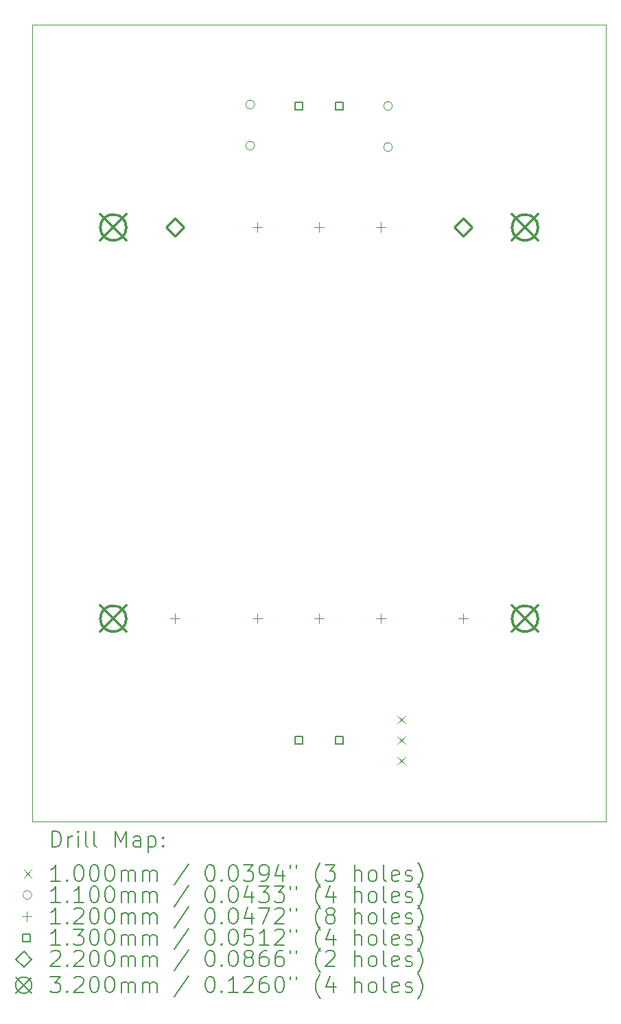
<source format=gbr>
%TF.GenerationSoftware,KiCad,Pcbnew,7.0.1*%
%TF.CreationDate,2023-05-04T12:41:58+02:00*%
%TF.ProjectId,traco_breakout_minimal,74726163-6f5f-4627-9265-616b6f75745f,rev?*%
%TF.SameCoordinates,Original*%
%TF.FileFunction,Drillmap*%
%TF.FilePolarity,Positive*%
%FSLAX45Y45*%
G04 Gerber Fmt 4.5, Leading zero omitted, Abs format (unit mm)*
G04 Created by KiCad (PCBNEW 7.0.1) date 2023-05-04 12:41:58*
%MOMM*%
%LPD*%
G01*
G04 APERTURE LIST*
%ADD10C,0.100000*%
%ADD11C,0.200000*%
%ADD12C,0.110000*%
%ADD13C,0.120000*%
%ADD14C,0.130000*%
%ADD15C,0.220000*%
%ADD16C,0.320000*%
G04 APERTURE END LIST*
D10*
X9560000Y-5089000D02*
X16640000Y-5089000D01*
X16640000Y-14915000D02*
X9560000Y-14915000D01*
X16640000Y-5089000D02*
X16640000Y-14915000D01*
X9560000Y-14915000D02*
X9560000Y-5089000D01*
D11*
D10*
X14066000Y-13611000D02*
X14166000Y-13711000D01*
X14166000Y-13611000D02*
X14066000Y-13711000D01*
X14066000Y-13865000D02*
X14166000Y-13965000D01*
X14166000Y-13865000D02*
X14066000Y-13965000D01*
X14066000Y-14119000D02*
X14166000Y-14219000D01*
X14166000Y-14119000D02*
X14066000Y-14219000D01*
D12*
X12305000Y-6072000D02*
G75*
G03*
X12305000Y-6072000I-55000J0D01*
G01*
X12305000Y-6580000D02*
G75*
G03*
X12305000Y-6580000I-55000J0D01*
G01*
X14005000Y-6090000D02*
G75*
G03*
X14005000Y-6090000I-55000J0D01*
G01*
X14005000Y-6598000D02*
G75*
G03*
X14005000Y-6598000I-55000J0D01*
G01*
D13*
X11322000Y-12355000D02*
X11322000Y-12475000D01*
X11262000Y-12415000D02*
X11382000Y-12415000D01*
X12338000Y-7529000D02*
X12338000Y-7649000D01*
X12278000Y-7589000D02*
X12398000Y-7589000D01*
X12338000Y-12355000D02*
X12338000Y-12475000D01*
X12278000Y-12415000D02*
X12398000Y-12415000D01*
X13100000Y-7529000D02*
X13100000Y-7649000D01*
X13040000Y-7589000D02*
X13160000Y-7589000D01*
X13100000Y-12355000D02*
X13100000Y-12475000D01*
X13040000Y-12415000D02*
X13160000Y-12415000D01*
X13862000Y-7529000D02*
X13862000Y-7649000D01*
X13802000Y-7589000D02*
X13922000Y-7589000D01*
X13862000Y-12355000D02*
X13862000Y-12475000D01*
X13802000Y-12415000D02*
X13922000Y-12415000D01*
X14878000Y-12355000D02*
X14878000Y-12475000D01*
X14818000Y-12415000D02*
X14938000Y-12415000D01*
D14*
X12895962Y-6134962D02*
X12895962Y-6043038D01*
X12804038Y-6043038D01*
X12804038Y-6134962D01*
X12895962Y-6134962D01*
X12895962Y-13960962D02*
X12895962Y-13869038D01*
X12804038Y-13869038D01*
X12804038Y-13960962D01*
X12895962Y-13960962D01*
X13395962Y-6134962D02*
X13395962Y-6043038D01*
X13304038Y-6043038D01*
X13304038Y-6134962D01*
X13395962Y-6134962D01*
X13395962Y-13960962D02*
X13395962Y-13869038D01*
X13304038Y-13869038D01*
X13304038Y-13960962D01*
X13395962Y-13960962D01*
D15*
X11322000Y-7699000D02*
X11432000Y-7589000D01*
X11322000Y-7479000D01*
X11212000Y-7589000D01*
X11322000Y-7699000D01*
X14878000Y-7699000D02*
X14988000Y-7589000D01*
X14878000Y-7479000D01*
X14768000Y-7589000D01*
X14878000Y-7699000D01*
D16*
X10400000Y-7429000D02*
X10720000Y-7749000D01*
X10720000Y-7429000D02*
X10400000Y-7749000D01*
X10720000Y-7589000D02*
G75*
G03*
X10720000Y-7589000I-160000J0D01*
G01*
X10400000Y-12255000D02*
X10720000Y-12575000D01*
X10720000Y-12255000D02*
X10400000Y-12575000D01*
X10720000Y-12415000D02*
G75*
G03*
X10720000Y-12415000I-160000J0D01*
G01*
X15480000Y-7429000D02*
X15800000Y-7749000D01*
X15800000Y-7429000D02*
X15480000Y-7749000D01*
X15800000Y-7589000D02*
G75*
G03*
X15800000Y-7589000I-160000J0D01*
G01*
X15480000Y-12255000D02*
X15800000Y-12575000D01*
X15800000Y-12255000D02*
X15480000Y-12575000D01*
X15800000Y-12415000D02*
G75*
G03*
X15800000Y-12415000I-160000J0D01*
G01*
D11*
X9802619Y-15232524D02*
X9802619Y-15032524D01*
X9802619Y-15032524D02*
X9850238Y-15032524D01*
X9850238Y-15032524D02*
X9878810Y-15042048D01*
X9878810Y-15042048D02*
X9897857Y-15061095D01*
X9897857Y-15061095D02*
X9907381Y-15080143D01*
X9907381Y-15080143D02*
X9916905Y-15118238D01*
X9916905Y-15118238D02*
X9916905Y-15146809D01*
X9916905Y-15146809D02*
X9907381Y-15184905D01*
X9907381Y-15184905D02*
X9897857Y-15203952D01*
X9897857Y-15203952D02*
X9878810Y-15223000D01*
X9878810Y-15223000D02*
X9850238Y-15232524D01*
X9850238Y-15232524D02*
X9802619Y-15232524D01*
X10002619Y-15232524D02*
X10002619Y-15099190D01*
X10002619Y-15137286D02*
X10012143Y-15118238D01*
X10012143Y-15118238D02*
X10021667Y-15108714D01*
X10021667Y-15108714D02*
X10040714Y-15099190D01*
X10040714Y-15099190D02*
X10059762Y-15099190D01*
X10126429Y-15232524D02*
X10126429Y-15099190D01*
X10126429Y-15032524D02*
X10116905Y-15042048D01*
X10116905Y-15042048D02*
X10126429Y-15051571D01*
X10126429Y-15051571D02*
X10135952Y-15042048D01*
X10135952Y-15042048D02*
X10126429Y-15032524D01*
X10126429Y-15032524D02*
X10126429Y-15051571D01*
X10250238Y-15232524D02*
X10231190Y-15223000D01*
X10231190Y-15223000D02*
X10221667Y-15203952D01*
X10221667Y-15203952D02*
X10221667Y-15032524D01*
X10355000Y-15232524D02*
X10335952Y-15223000D01*
X10335952Y-15223000D02*
X10326429Y-15203952D01*
X10326429Y-15203952D02*
X10326429Y-15032524D01*
X10583571Y-15232524D02*
X10583571Y-15032524D01*
X10583571Y-15032524D02*
X10650238Y-15175381D01*
X10650238Y-15175381D02*
X10716905Y-15032524D01*
X10716905Y-15032524D02*
X10716905Y-15232524D01*
X10897857Y-15232524D02*
X10897857Y-15127762D01*
X10897857Y-15127762D02*
X10888333Y-15108714D01*
X10888333Y-15108714D02*
X10869286Y-15099190D01*
X10869286Y-15099190D02*
X10831190Y-15099190D01*
X10831190Y-15099190D02*
X10812143Y-15108714D01*
X10897857Y-15223000D02*
X10878810Y-15232524D01*
X10878810Y-15232524D02*
X10831190Y-15232524D01*
X10831190Y-15232524D02*
X10812143Y-15223000D01*
X10812143Y-15223000D02*
X10802619Y-15203952D01*
X10802619Y-15203952D02*
X10802619Y-15184905D01*
X10802619Y-15184905D02*
X10812143Y-15165857D01*
X10812143Y-15165857D02*
X10831190Y-15156333D01*
X10831190Y-15156333D02*
X10878810Y-15156333D01*
X10878810Y-15156333D02*
X10897857Y-15146809D01*
X10993095Y-15099190D02*
X10993095Y-15299190D01*
X10993095Y-15108714D02*
X11012143Y-15099190D01*
X11012143Y-15099190D02*
X11050238Y-15099190D01*
X11050238Y-15099190D02*
X11069286Y-15108714D01*
X11069286Y-15108714D02*
X11078810Y-15118238D01*
X11078810Y-15118238D02*
X11088333Y-15137286D01*
X11088333Y-15137286D02*
X11088333Y-15194428D01*
X11088333Y-15194428D02*
X11078810Y-15213476D01*
X11078810Y-15213476D02*
X11069286Y-15223000D01*
X11069286Y-15223000D02*
X11050238Y-15232524D01*
X11050238Y-15232524D02*
X11012143Y-15232524D01*
X11012143Y-15232524D02*
X10993095Y-15223000D01*
X11174048Y-15213476D02*
X11183571Y-15223000D01*
X11183571Y-15223000D02*
X11174048Y-15232524D01*
X11174048Y-15232524D02*
X11164524Y-15223000D01*
X11164524Y-15223000D02*
X11174048Y-15213476D01*
X11174048Y-15213476D02*
X11174048Y-15232524D01*
X11174048Y-15108714D02*
X11183571Y-15118238D01*
X11183571Y-15118238D02*
X11174048Y-15127762D01*
X11174048Y-15127762D02*
X11164524Y-15118238D01*
X11164524Y-15118238D02*
X11174048Y-15108714D01*
X11174048Y-15108714D02*
X11174048Y-15127762D01*
D10*
X9455000Y-15510000D02*
X9555000Y-15610000D01*
X9555000Y-15510000D02*
X9455000Y-15610000D01*
D11*
X9907381Y-15652524D02*
X9793095Y-15652524D01*
X9850238Y-15652524D02*
X9850238Y-15452524D01*
X9850238Y-15452524D02*
X9831190Y-15481095D01*
X9831190Y-15481095D02*
X9812143Y-15500143D01*
X9812143Y-15500143D02*
X9793095Y-15509667D01*
X9993095Y-15633476D02*
X10002619Y-15643000D01*
X10002619Y-15643000D02*
X9993095Y-15652524D01*
X9993095Y-15652524D02*
X9983571Y-15643000D01*
X9983571Y-15643000D02*
X9993095Y-15633476D01*
X9993095Y-15633476D02*
X9993095Y-15652524D01*
X10126429Y-15452524D02*
X10145476Y-15452524D01*
X10145476Y-15452524D02*
X10164524Y-15462048D01*
X10164524Y-15462048D02*
X10174048Y-15471571D01*
X10174048Y-15471571D02*
X10183571Y-15490619D01*
X10183571Y-15490619D02*
X10193095Y-15528714D01*
X10193095Y-15528714D02*
X10193095Y-15576333D01*
X10193095Y-15576333D02*
X10183571Y-15614428D01*
X10183571Y-15614428D02*
X10174048Y-15633476D01*
X10174048Y-15633476D02*
X10164524Y-15643000D01*
X10164524Y-15643000D02*
X10145476Y-15652524D01*
X10145476Y-15652524D02*
X10126429Y-15652524D01*
X10126429Y-15652524D02*
X10107381Y-15643000D01*
X10107381Y-15643000D02*
X10097857Y-15633476D01*
X10097857Y-15633476D02*
X10088333Y-15614428D01*
X10088333Y-15614428D02*
X10078810Y-15576333D01*
X10078810Y-15576333D02*
X10078810Y-15528714D01*
X10078810Y-15528714D02*
X10088333Y-15490619D01*
X10088333Y-15490619D02*
X10097857Y-15471571D01*
X10097857Y-15471571D02*
X10107381Y-15462048D01*
X10107381Y-15462048D02*
X10126429Y-15452524D01*
X10316905Y-15452524D02*
X10335952Y-15452524D01*
X10335952Y-15452524D02*
X10355000Y-15462048D01*
X10355000Y-15462048D02*
X10364524Y-15471571D01*
X10364524Y-15471571D02*
X10374048Y-15490619D01*
X10374048Y-15490619D02*
X10383571Y-15528714D01*
X10383571Y-15528714D02*
X10383571Y-15576333D01*
X10383571Y-15576333D02*
X10374048Y-15614428D01*
X10374048Y-15614428D02*
X10364524Y-15633476D01*
X10364524Y-15633476D02*
X10355000Y-15643000D01*
X10355000Y-15643000D02*
X10335952Y-15652524D01*
X10335952Y-15652524D02*
X10316905Y-15652524D01*
X10316905Y-15652524D02*
X10297857Y-15643000D01*
X10297857Y-15643000D02*
X10288333Y-15633476D01*
X10288333Y-15633476D02*
X10278810Y-15614428D01*
X10278810Y-15614428D02*
X10269286Y-15576333D01*
X10269286Y-15576333D02*
X10269286Y-15528714D01*
X10269286Y-15528714D02*
X10278810Y-15490619D01*
X10278810Y-15490619D02*
X10288333Y-15471571D01*
X10288333Y-15471571D02*
X10297857Y-15462048D01*
X10297857Y-15462048D02*
X10316905Y-15452524D01*
X10507381Y-15452524D02*
X10526429Y-15452524D01*
X10526429Y-15452524D02*
X10545476Y-15462048D01*
X10545476Y-15462048D02*
X10555000Y-15471571D01*
X10555000Y-15471571D02*
X10564524Y-15490619D01*
X10564524Y-15490619D02*
X10574048Y-15528714D01*
X10574048Y-15528714D02*
X10574048Y-15576333D01*
X10574048Y-15576333D02*
X10564524Y-15614428D01*
X10564524Y-15614428D02*
X10555000Y-15633476D01*
X10555000Y-15633476D02*
X10545476Y-15643000D01*
X10545476Y-15643000D02*
X10526429Y-15652524D01*
X10526429Y-15652524D02*
X10507381Y-15652524D01*
X10507381Y-15652524D02*
X10488333Y-15643000D01*
X10488333Y-15643000D02*
X10478810Y-15633476D01*
X10478810Y-15633476D02*
X10469286Y-15614428D01*
X10469286Y-15614428D02*
X10459762Y-15576333D01*
X10459762Y-15576333D02*
X10459762Y-15528714D01*
X10459762Y-15528714D02*
X10469286Y-15490619D01*
X10469286Y-15490619D02*
X10478810Y-15471571D01*
X10478810Y-15471571D02*
X10488333Y-15462048D01*
X10488333Y-15462048D02*
X10507381Y-15452524D01*
X10659762Y-15652524D02*
X10659762Y-15519190D01*
X10659762Y-15538238D02*
X10669286Y-15528714D01*
X10669286Y-15528714D02*
X10688333Y-15519190D01*
X10688333Y-15519190D02*
X10716905Y-15519190D01*
X10716905Y-15519190D02*
X10735952Y-15528714D01*
X10735952Y-15528714D02*
X10745476Y-15547762D01*
X10745476Y-15547762D02*
X10745476Y-15652524D01*
X10745476Y-15547762D02*
X10755000Y-15528714D01*
X10755000Y-15528714D02*
X10774048Y-15519190D01*
X10774048Y-15519190D02*
X10802619Y-15519190D01*
X10802619Y-15519190D02*
X10821667Y-15528714D01*
X10821667Y-15528714D02*
X10831191Y-15547762D01*
X10831191Y-15547762D02*
X10831191Y-15652524D01*
X10926429Y-15652524D02*
X10926429Y-15519190D01*
X10926429Y-15538238D02*
X10935952Y-15528714D01*
X10935952Y-15528714D02*
X10955000Y-15519190D01*
X10955000Y-15519190D02*
X10983572Y-15519190D01*
X10983572Y-15519190D02*
X11002619Y-15528714D01*
X11002619Y-15528714D02*
X11012143Y-15547762D01*
X11012143Y-15547762D02*
X11012143Y-15652524D01*
X11012143Y-15547762D02*
X11021667Y-15528714D01*
X11021667Y-15528714D02*
X11040714Y-15519190D01*
X11040714Y-15519190D02*
X11069286Y-15519190D01*
X11069286Y-15519190D02*
X11088333Y-15528714D01*
X11088333Y-15528714D02*
X11097857Y-15547762D01*
X11097857Y-15547762D02*
X11097857Y-15652524D01*
X11488333Y-15443000D02*
X11316905Y-15700143D01*
X11745476Y-15452524D02*
X11764524Y-15452524D01*
X11764524Y-15452524D02*
X11783572Y-15462048D01*
X11783572Y-15462048D02*
X11793095Y-15471571D01*
X11793095Y-15471571D02*
X11802619Y-15490619D01*
X11802619Y-15490619D02*
X11812143Y-15528714D01*
X11812143Y-15528714D02*
X11812143Y-15576333D01*
X11812143Y-15576333D02*
X11802619Y-15614428D01*
X11802619Y-15614428D02*
X11793095Y-15633476D01*
X11793095Y-15633476D02*
X11783572Y-15643000D01*
X11783572Y-15643000D02*
X11764524Y-15652524D01*
X11764524Y-15652524D02*
X11745476Y-15652524D01*
X11745476Y-15652524D02*
X11726429Y-15643000D01*
X11726429Y-15643000D02*
X11716905Y-15633476D01*
X11716905Y-15633476D02*
X11707381Y-15614428D01*
X11707381Y-15614428D02*
X11697857Y-15576333D01*
X11697857Y-15576333D02*
X11697857Y-15528714D01*
X11697857Y-15528714D02*
X11707381Y-15490619D01*
X11707381Y-15490619D02*
X11716905Y-15471571D01*
X11716905Y-15471571D02*
X11726429Y-15462048D01*
X11726429Y-15462048D02*
X11745476Y-15452524D01*
X11897857Y-15633476D02*
X11907381Y-15643000D01*
X11907381Y-15643000D02*
X11897857Y-15652524D01*
X11897857Y-15652524D02*
X11888333Y-15643000D01*
X11888333Y-15643000D02*
X11897857Y-15633476D01*
X11897857Y-15633476D02*
X11897857Y-15652524D01*
X12031191Y-15452524D02*
X12050238Y-15452524D01*
X12050238Y-15452524D02*
X12069286Y-15462048D01*
X12069286Y-15462048D02*
X12078810Y-15471571D01*
X12078810Y-15471571D02*
X12088333Y-15490619D01*
X12088333Y-15490619D02*
X12097857Y-15528714D01*
X12097857Y-15528714D02*
X12097857Y-15576333D01*
X12097857Y-15576333D02*
X12088333Y-15614428D01*
X12088333Y-15614428D02*
X12078810Y-15633476D01*
X12078810Y-15633476D02*
X12069286Y-15643000D01*
X12069286Y-15643000D02*
X12050238Y-15652524D01*
X12050238Y-15652524D02*
X12031191Y-15652524D01*
X12031191Y-15652524D02*
X12012143Y-15643000D01*
X12012143Y-15643000D02*
X12002619Y-15633476D01*
X12002619Y-15633476D02*
X11993095Y-15614428D01*
X11993095Y-15614428D02*
X11983572Y-15576333D01*
X11983572Y-15576333D02*
X11983572Y-15528714D01*
X11983572Y-15528714D02*
X11993095Y-15490619D01*
X11993095Y-15490619D02*
X12002619Y-15471571D01*
X12002619Y-15471571D02*
X12012143Y-15462048D01*
X12012143Y-15462048D02*
X12031191Y-15452524D01*
X12164524Y-15452524D02*
X12288333Y-15452524D01*
X12288333Y-15452524D02*
X12221667Y-15528714D01*
X12221667Y-15528714D02*
X12250238Y-15528714D01*
X12250238Y-15528714D02*
X12269286Y-15538238D01*
X12269286Y-15538238D02*
X12278810Y-15547762D01*
X12278810Y-15547762D02*
X12288333Y-15566809D01*
X12288333Y-15566809D02*
X12288333Y-15614428D01*
X12288333Y-15614428D02*
X12278810Y-15633476D01*
X12278810Y-15633476D02*
X12269286Y-15643000D01*
X12269286Y-15643000D02*
X12250238Y-15652524D01*
X12250238Y-15652524D02*
X12193095Y-15652524D01*
X12193095Y-15652524D02*
X12174048Y-15643000D01*
X12174048Y-15643000D02*
X12164524Y-15633476D01*
X12383572Y-15652524D02*
X12421667Y-15652524D01*
X12421667Y-15652524D02*
X12440714Y-15643000D01*
X12440714Y-15643000D02*
X12450238Y-15633476D01*
X12450238Y-15633476D02*
X12469286Y-15604905D01*
X12469286Y-15604905D02*
X12478810Y-15566809D01*
X12478810Y-15566809D02*
X12478810Y-15490619D01*
X12478810Y-15490619D02*
X12469286Y-15471571D01*
X12469286Y-15471571D02*
X12459762Y-15462048D01*
X12459762Y-15462048D02*
X12440714Y-15452524D01*
X12440714Y-15452524D02*
X12402619Y-15452524D01*
X12402619Y-15452524D02*
X12383572Y-15462048D01*
X12383572Y-15462048D02*
X12374048Y-15471571D01*
X12374048Y-15471571D02*
X12364524Y-15490619D01*
X12364524Y-15490619D02*
X12364524Y-15538238D01*
X12364524Y-15538238D02*
X12374048Y-15557286D01*
X12374048Y-15557286D02*
X12383572Y-15566809D01*
X12383572Y-15566809D02*
X12402619Y-15576333D01*
X12402619Y-15576333D02*
X12440714Y-15576333D01*
X12440714Y-15576333D02*
X12459762Y-15566809D01*
X12459762Y-15566809D02*
X12469286Y-15557286D01*
X12469286Y-15557286D02*
X12478810Y-15538238D01*
X12650238Y-15519190D02*
X12650238Y-15652524D01*
X12602619Y-15443000D02*
X12555000Y-15585857D01*
X12555000Y-15585857D02*
X12678810Y-15585857D01*
X12745476Y-15452524D02*
X12745476Y-15490619D01*
X12821667Y-15452524D02*
X12821667Y-15490619D01*
X13116905Y-15728714D02*
X13107381Y-15719190D01*
X13107381Y-15719190D02*
X13088334Y-15690619D01*
X13088334Y-15690619D02*
X13078810Y-15671571D01*
X13078810Y-15671571D02*
X13069286Y-15643000D01*
X13069286Y-15643000D02*
X13059762Y-15595381D01*
X13059762Y-15595381D02*
X13059762Y-15557286D01*
X13059762Y-15557286D02*
X13069286Y-15509667D01*
X13069286Y-15509667D02*
X13078810Y-15481095D01*
X13078810Y-15481095D02*
X13088334Y-15462048D01*
X13088334Y-15462048D02*
X13107381Y-15433476D01*
X13107381Y-15433476D02*
X13116905Y-15423952D01*
X13174048Y-15452524D02*
X13297857Y-15452524D01*
X13297857Y-15452524D02*
X13231191Y-15528714D01*
X13231191Y-15528714D02*
X13259762Y-15528714D01*
X13259762Y-15528714D02*
X13278810Y-15538238D01*
X13278810Y-15538238D02*
X13288334Y-15547762D01*
X13288334Y-15547762D02*
X13297857Y-15566809D01*
X13297857Y-15566809D02*
X13297857Y-15614428D01*
X13297857Y-15614428D02*
X13288334Y-15633476D01*
X13288334Y-15633476D02*
X13278810Y-15643000D01*
X13278810Y-15643000D02*
X13259762Y-15652524D01*
X13259762Y-15652524D02*
X13202619Y-15652524D01*
X13202619Y-15652524D02*
X13183572Y-15643000D01*
X13183572Y-15643000D02*
X13174048Y-15633476D01*
X13535953Y-15652524D02*
X13535953Y-15452524D01*
X13621667Y-15652524D02*
X13621667Y-15547762D01*
X13621667Y-15547762D02*
X13612143Y-15528714D01*
X13612143Y-15528714D02*
X13593096Y-15519190D01*
X13593096Y-15519190D02*
X13564524Y-15519190D01*
X13564524Y-15519190D02*
X13545476Y-15528714D01*
X13545476Y-15528714D02*
X13535953Y-15538238D01*
X13745476Y-15652524D02*
X13726429Y-15643000D01*
X13726429Y-15643000D02*
X13716905Y-15633476D01*
X13716905Y-15633476D02*
X13707381Y-15614428D01*
X13707381Y-15614428D02*
X13707381Y-15557286D01*
X13707381Y-15557286D02*
X13716905Y-15538238D01*
X13716905Y-15538238D02*
X13726429Y-15528714D01*
X13726429Y-15528714D02*
X13745476Y-15519190D01*
X13745476Y-15519190D02*
X13774048Y-15519190D01*
X13774048Y-15519190D02*
X13793096Y-15528714D01*
X13793096Y-15528714D02*
X13802619Y-15538238D01*
X13802619Y-15538238D02*
X13812143Y-15557286D01*
X13812143Y-15557286D02*
X13812143Y-15614428D01*
X13812143Y-15614428D02*
X13802619Y-15633476D01*
X13802619Y-15633476D02*
X13793096Y-15643000D01*
X13793096Y-15643000D02*
X13774048Y-15652524D01*
X13774048Y-15652524D02*
X13745476Y-15652524D01*
X13926429Y-15652524D02*
X13907381Y-15643000D01*
X13907381Y-15643000D02*
X13897857Y-15623952D01*
X13897857Y-15623952D02*
X13897857Y-15452524D01*
X14078810Y-15643000D02*
X14059762Y-15652524D01*
X14059762Y-15652524D02*
X14021667Y-15652524D01*
X14021667Y-15652524D02*
X14002619Y-15643000D01*
X14002619Y-15643000D02*
X13993096Y-15623952D01*
X13993096Y-15623952D02*
X13993096Y-15547762D01*
X13993096Y-15547762D02*
X14002619Y-15528714D01*
X14002619Y-15528714D02*
X14021667Y-15519190D01*
X14021667Y-15519190D02*
X14059762Y-15519190D01*
X14059762Y-15519190D02*
X14078810Y-15528714D01*
X14078810Y-15528714D02*
X14088334Y-15547762D01*
X14088334Y-15547762D02*
X14088334Y-15566809D01*
X14088334Y-15566809D02*
X13993096Y-15585857D01*
X14164524Y-15643000D02*
X14183572Y-15652524D01*
X14183572Y-15652524D02*
X14221667Y-15652524D01*
X14221667Y-15652524D02*
X14240715Y-15643000D01*
X14240715Y-15643000D02*
X14250238Y-15623952D01*
X14250238Y-15623952D02*
X14250238Y-15614428D01*
X14250238Y-15614428D02*
X14240715Y-15595381D01*
X14240715Y-15595381D02*
X14221667Y-15585857D01*
X14221667Y-15585857D02*
X14193096Y-15585857D01*
X14193096Y-15585857D02*
X14174048Y-15576333D01*
X14174048Y-15576333D02*
X14164524Y-15557286D01*
X14164524Y-15557286D02*
X14164524Y-15547762D01*
X14164524Y-15547762D02*
X14174048Y-15528714D01*
X14174048Y-15528714D02*
X14193096Y-15519190D01*
X14193096Y-15519190D02*
X14221667Y-15519190D01*
X14221667Y-15519190D02*
X14240715Y-15528714D01*
X14316905Y-15728714D02*
X14326429Y-15719190D01*
X14326429Y-15719190D02*
X14345477Y-15690619D01*
X14345477Y-15690619D02*
X14355000Y-15671571D01*
X14355000Y-15671571D02*
X14364524Y-15643000D01*
X14364524Y-15643000D02*
X14374048Y-15595381D01*
X14374048Y-15595381D02*
X14374048Y-15557286D01*
X14374048Y-15557286D02*
X14364524Y-15509667D01*
X14364524Y-15509667D02*
X14355000Y-15481095D01*
X14355000Y-15481095D02*
X14345477Y-15462048D01*
X14345477Y-15462048D02*
X14326429Y-15433476D01*
X14326429Y-15433476D02*
X14316905Y-15423952D01*
D12*
X9555000Y-15824000D02*
G75*
G03*
X9555000Y-15824000I-55000J0D01*
G01*
D11*
X9907381Y-15916524D02*
X9793095Y-15916524D01*
X9850238Y-15916524D02*
X9850238Y-15716524D01*
X9850238Y-15716524D02*
X9831190Y-15745095D01*
X9831190Y-15745095D02*
X9812143Y-15764143D01*
X9812143Y-15764143D02*
X9793095Y-15773667D01*
X9993095Y-15897476D02*
X10002619Y-15907000D01*
X10002619Y-15907000D02*
X9993095Y-15916524D01*
X9993095Y-15916524D02*
X9983571Y-15907000D01*
X9983571Y-15907000D02*
X9993095Y-15897476D01*
X9993095Y-15897476D02*
X9993095Y-15916524D01*
X10193095Y-15916524D02*
X10078810Y-15916524D01*
X10135952Y-15916524D02*
X10135952Y-15716524D01*
X10135952Y-15716524D02*
X10116905Y-15745095D01*
X10116905Y-15745095D02*
X10097857Y-15764143D01*
X10097857Y-15764143D02*
X10078810Y-15773667D01*
X10316905Y-15716524D02*
X10335952Y-15716524D01*
X10335952Y-15716524D02*
X10355000Y-15726048D01*
X10355000Y-15726048D02*
X10364524Y-15735571D01*
X10364524Y-15735571D02*
X10374048Y-15754619D01*
X10374048Y-15754619D02*
X10383571Y-15792714D01*
X10383571Y-15792714D02*
X10383571Y-15840333D01*
X10383571Y-15840333D02*
X10374048Y-15878428D01*
X10374048Y-15878428D02*
X10364524Y-15897476D01*
X10364524Y-15897476D02*
X10355000Y-15907000D01*
X10355000Y-15907000D02*
X10335952Y-15916524D01*
X10335952Y-15916524D02*
X10316905Y-15916524D01*
X10316905Y-15916524D02*
X10297857Y-15907000D01*
X10297857Y-15907000D02*
X10288333Y-15897476D01*
X10288333Y-15897476D02*
X10278810Y-15878428D01*
X10278810Y-15878428D02*
X10269286Y-15840333D01*
X10269286Y-15840333D02*
X10269286Y-15792714D01*
X10269286Y-15792714D02*
X10278810Y-15754619D01*
X10278810Y-15754619D02*
X10288333Y-15735571D01*
X10288333Y-15735571D02*
X10297857Y-15726048D01*
X10297857Y-15726048D02*
X10316905Y-15716524D01*
X10507381Y-15716524D02*
X10526429Y-15716524D01*
X10526429Y-15716524D02*
X10545476Y-15726048D01*
X10545476Y-15726048D02*
X10555000Y-15735571D01*
X10555000Y-15735571D02*
X10564524Y-15754619D01*
X10564524Y-15754619D02*
X10574048Y-15792714D01*
X10574048Y-15792714D02*
X10574048Y-15840333D01*
X10574048Y-15840333D02*
X10564524Y-15878428D01*
X10564524Y-15878428D02*
X10555000Y-15897476D01*
X10555000Y-15897476D02*
X10545476Y-15907000D01*
X10545476Y-15907000D02*
X10526429Y-15916524D01*
X10526429Y-15916524D02*
X10507381Y-15916524D01*
X10507381Y-15916524D02*
X10488333Y-15907000D01*
X10488333Y-15907000D02*
X10478810Y-15897476D01*
X10478810Y-15897476D02*
X10469286Y-15878428D01*
X10469286Y-15878428D02*
X10459762Y-15840333D01*
X10459762Y-15840333D02*
X10459762Y-15792714D01*
X10459762Y-15792714D02*
X10469286Y-15754619D01*
X10469286Y-15754619D02*
X10478810Y-15735571D01*
X10478810Y-15735571D02*
X10488333Y-15726048D01*
X10488333Y-15726048D02*
X10507381Y-15716524D01*
X10659762Y-15916524D02*
X10659762Y-15783190D01*
X10659762Y-15802238D02*
X10669286Y-15792714D01*
X10669286Y-15792714D02*
X10688333Y-15783190D01*
X10688333Y-15783190D02*
X10716905Y-15783190D01*
X10716905Y-15783190D02*
X10735952Y-15792714D01*
X10735952Y-15792714D02*
X10745476Y-15811762D01*
X10745476Y-15811762D02*
X10745476Y-15916524D01*
X10745476Y-15811762D02*
X10755000Y-15792714D01*
X10755000Y-15792714D02*
X10774048Y-15783190D01*
X10774048Y-15783190D02*
X10802619Y-15783190D01*
X10802619Y-15783190D02*
X10821667Y-15792714D01*
X10821667Y-15792714D02*
X10831191Y-15811762D01*
X10831191Y-15811762D02*
X10831191Y-15916524D01*
X10926429Y-15916524D02*
X10926429Y-15783190D01*
X10926429Y-15802238D02*
X10935952Y-15792714D01*
X10935952Y-15792714D02*
X10955000Y-15783190D01*
X10955000Y-15783190D02*
X10983572Y-15783190D01*
X10983572Y-15783190D02*
X11002619Y-15792714D01*
X11002619Y-15792714D02*
X11012143Y-15811762D01*
X11012143Y-15811762D02*
X11012143Y-15916524D01*
X11012143Y-15811762D02*
X11021667Y-15792714D01*
X11021667Y-15792714D02*
X11040714Y-15783190D01*
X11040714Y-15783190D02*
X11069286Y-15783190D01*
X11069286Y-15783190D02*
X11088333Y-15792714D01*
X11088333Y-15792714D02*
X11097857Y-15811762D01*
X11097857Y-15811762D02*
X11097857Y-15916524D01*
X11488333Y-15707000D02*
X11316905Y-15964143D01*
X11745476Y-15716524D02*
X11764524Y-15716524D01*
X11764524Y-15716524D02*
X11783572Y-15726048D01*
X11783572Y-15726048D02*
X11793095Y-15735571D01*
X11793095Y-15735571D02*
X11802619Y-15754619D01*
X11802619Y-15754619D02*
X11812143Y-15792714D01*
X11812143Y-15792714D02*
X11812143Y-15840333D01*
X11812143Y-15840333D02*
X11802619Y-15878428D01*
X11802619Y-15878428D02*
X11793095Y-15897476D01*
X11793095Y-15897476D02*
X11783572Y-15907000D01*
X11783572Y-15907000D02*
X11764524Y-15916524D01*
X11764524Y-15916524D02*
X11745476Y-15916524D01*
X11745476Y-15916524D02*
X11726429Y-15907000D01*
X11726429Y-15907000D02*
X11716905Y-15897476D01*
X11716905Y-15897476D02*
X11707381Y-15878428D01*
X11707381Y-15878428D02*
X11697857Y-15840333D01*
X11697857Y-15840333D02*
X11697857Y-15792714D01*
X11697857Y-15792714D02*
X11707381Y-15754619D01*
X11707381Y-15754619D02*
X11716905Y-15735571D01*
X11716905Y-15735571D02*
X11726429Y-15726048D01*
X11726429Y-15726048D02*
X11745476Y-15716524D01*
X11897857Y-15897476D02*
X11907381Y-15907000D01*
X11907381Y-15907000D02*
X11897857Y-15916524D01*
X11897857Y-15916524D02*
X11888333Y-15907000D01*
X11888333Y-15907000D02*
X11897857Y-15897476D01*
X11897857Y-15897476D02*
X11897857Y-15916524D01*
X12031191Y-15716524D02*
X12050238Y-15716524D01*
X12050238Y-15716524D02*
X12069286Y-15726048D01*
X12069286Y-15726048D02*
X12078810Y-15735571D01*
X12078810Y-15735571D02*
X12088333Y-15754619D01*
X12088333Y-15754619D02*
X12097857Y-15792714D01*
X12097857Y-15792714D02*
X12097857Y-15840333D01*
X12097857Y-15840333D02*
X12088333Y-15878428D01*
X12088333Y-15878428D02*
X12078810Y-15897476D01*
X12078810Y-15897476D02*
X12069286Y-15907000D01*
X12069286Y-15907000D02*
X12050238Y-15916524D01*
X12050238Y-15916524D02*
X12031191Y-15916524D01*
X12031191Y-15916524D02*
X12012143Y-15907000D01*
X12012143Y-15907000D02*
X12002619Y-15897476D01*
X12002619Y-15897476D02*
X11993095Y-15878428D01*
X11993095Y-15878428D02*
X11983572Y-15840333D01*
X11983572Y-15840333D02*
X11983572Y-15792714D01*
X11983572Y-15792714D02*
X11993095Y-15754619D01*
X11993095Y-15754619D02*
X12002619Y-15735571D01*
X12002619Y-15735571D02*
X12012143Y-15726048D01*
X12012143Y-15726048D02*
X12031191Y-15716524D01*
X12269286Y-15783190D02*
X12269286Y-15916524D01*
X12221667Y-15707000D02*
X12174048Y-15849857D01*
X12174048Y-15849857D02*
X12297857Y-15849857D01*
X12355000Y-15716524D02*
X12478810Y-15716524D01*
X12478810Y-15716524D02*
X12412143Y-15792714D01*
X12412143Y-15792714D02*
X12440714Y-15792714D01*
X12440714Y-15792714D02*
X12459762Y-15802238D01*
X12459762Y-15802238D02*
X12469286Y-15811762D01*
X12469286Y-15811762D02*
X12478810Y-15830809D01*
X12478810Y-15830809D02*
X12478810Y-15878428D01*
X12478810Y-15878428D02*
X12469286Y-15897476D01*
X12469286Y-15897476D02*
X12459762Y-15907000D01*
X12459762Y-15907000D02*
X12440714Y-15916524D01*
X12440714Y-15916524D02*
X12383572Y-15916524D01*
X12383572Y-15916524D02*
X12364524Y-15907000D01*
X12364524Y-15907000D02*
X12355000Y-15897476D01*
X12545476Y-15716524D02*
X12669286Y-15716524D01*
X12669286Y-15716524D02*
X12602619Y-15792714D01*
X12602619Y-15792714D02*
X12631191Y-15792714D01*
X12631191Y-15792714D02*
X12650238Y-15802238D01*
X12650238Y-15802238D02*
X12659762Y-15811762D01*
X12659762Y-15811762D02*
X12669286Y-15830809D01*
X12669286Y-15830809D02*
X12669286Y-15878428D01*
X12669286Y-15878428D02*
X12659762Y-15897476D01*
X12659762Y-15897476D02*
X12650238Y-15907000D01*
X12650238Y-15907000D02*
X12631191Y-15916524D01*
X12631191Y-15916524D02*
X12574048Y-15916524D01*
X12574048Y-15916524D02*
X12555000Y-15907000D01*
X12555000Y-15907000D02*
X12545476Y-15897476D01*
X12745476Y-15716524D02*
X12745476Y-15754619D01*
X12821667Y-15716524D02*
X12821667Y-15754619D01*
X13116905Y-15992714D02*
X13107381Y-15983190D01*
X13107381Y-15983190D02*
X13088334Y-15954619D01*
X13088334Y-15954619D02*
X13078810Y-15935571D01*
X13078810Y-15935571D02*
X13069286Y-15907000D01*
X13069286Y-15907000D02*
X13059762Y-15859381D01*
X13059762Y-15859381D02*
X13059762Y-15821286D01*
X13059762Y-15821286D02*
X13069286Y-15773667D01*
X13069286Y-15773667D02*
X13078810Y-15745095D01*
X13078810Y-15745095D02*
X13088334Y-15726048D01*
X13088334Y-15726048D02*
X13107381Y-15697476D01*
X13107381Y-15697476D02*
X13116905Y-15687952D01*
X13278810Y-15783190D02*
X13278810Y-15916524D01*
X13231191Y-15707000D02*
X13183572Y-15849857D01*
X13183572Y-15849857D02*
X13307381Y-15849857D01*
X13535953Y-15916524D02*
X13535953Y-15716524D01*
X13621667Y-15916524D02*
X13621667Y-15811762D01*
X13621667Y-15811762D02*
X13612143Y-15792714D01*
X13612143Y-15792714D02*
X13593096Y-15783190D01*
X13593096Y-15783190D02*
X13564524Y-15783190D01*
X13564524Y-15783190D02*
X13545476Y-15792714D01*
X13545476Y-15792714D02*
X13535953Y-15802238D01*
X13745476Y-15916524D02*
X13726429Y-15907000D01*
X13726429Y-15907000D02*
X13716905Y-15897476D01*
X13716905Y-15897476D02*
X13707381Y-15878428D01*
X13707381Y-15878428D02*
X13707381Y-15821286D01*
X13707381Y-15821286D02*
X13716905Y-15802238D01*
X13716905Y-15802238D02*
X13726429Y-15792714D01*
X13726429Y-15792714D02*
X13745476Y-15783190D01*
X13745476Y-15783190D02*
X13774048Y-15783190D01*
X13774048Y-15783190D02*
X13793096Y-15792714D01*
X13793096Y-15792714D02*
X13802619Y-15802238D01*
X13802619Y-15802238D02*
X13812143Y-15821286D01*
X13812143Y-15821286D02*
X13812143Y-15878428D01*
X13812143Y-15878428D02*
X13802619Y-15897476D01*
X13802619Y-15897476D02*
X13793096Y-15907000D01*
X13793096Y-15907000D02*
X13774048Y-15916524D01*
X13774048Y-15916524D02*
X13745476Y-15916524D01*
X13926429Y-15916524D02*
X13907381Y-15907000D01*
X13907381Y-15907000D02*
X13897857Y-15887952D01*
X13897857Y-15887952D02*
X13897857Y-15716524D01*
X14078810Y-15907000D02*
X14059762Y-15916524D01*
X14059762Y-15916524D02*
X14021667Y-15916524D01*
X14021667Y-15916524D02*
X14002619Y-15907000D01*
X14002619Y-15907000D02*
X13993096Y-15887952D01*
X13993096Y-15887952D02*
X13993096Y-15811762D01*
X13993096Y-15811762D02*
X14002619Y-15792714D01*
X14002619Y-15792714D02*
X14021667Y-15783190D01*
X14021667Y-15783190D02*
X14059762Y-15783190D01*
X14059762Y-15783190D02*
X14078810Y-15792714D01*
X14078810Y-15792714D02*
X14088334Y-15811762D01*
X14088334Y-15811762D02*
X14088334Y-15830809D01*
X14088334Y-15830809D02*
X13993096Y-15849857D01*
X14164524Y-15907000D02*
X14183572Y-15916524D01*
X14183572Y-15916524D02*
X14221667Y-15916524D01*
X14221667Y-15916524D02*
X14240715Y-15907000D01*
X14240715Y-15907000D02*
X14250238Y-15887952D01*
X14250238Y-15887952D02*
X14250238Y-15878428D01*
X14250238Y-15878428D02*
X14240715Y-15859381D01*
X14240715Y-15859381D02*
X14221667Y-15849857D01*
X14221667Y-15849857D02*
X14193096Y-15849857D01*
X14193096Y-15849857D02*
X14174048Y-15840333D01*
X14174048Y-15840333D02*
X14164524Y-15821286D01*
X14164524Y-15821286D02*
X14164524Y-15811762D01*
X14164524Y-15811762D02*
X14174048Y-15792714D01*
X14174048Y-15792714D02*
X14193096Y-15783190D01*
X14193096Y-15783190D02*
X14221667Y-15783190D01*
X14221667Y-15783190D02*
X14240715Y-15792714D01*
X14316905Y-15992714D02*
X14326429Y-15983190D01*
X14326429Y-15983190D02*
X14345477Y-15954619D01*
X14345477Y-15954619D02*
X14355000Y-15935571D01*
X14355000Y-15935571D02*
X14364524Y-15907000D01*
X14364524Y-15907000D02*
X14374048Y-15859381D01*
X14374048Y-15859381D02*
X14374048Y-15821286D01*
X14374048Y-15821286D02*
X14364524Y-15773667D01*
X14364524Y-15773667D02*
X14355000Y-15745095D01*
X14355000Y-15745095D02*
X14345477Y-15726048D01*
X14345477Y-15726048D02*
X14326429Y-15697476D01*
X14326429Y-15697476D02*
X14316905Y-15687952D01*
D13*
X9495000Y-16028000D02*
X9495000Y-16148000D01*
X9435000Y-16088000D02*
X9555000Y-16088000D01*
D11*
X9907381Y-16180524D02*
X9793095Y-16180524D01*
X9850238Y-16180524D02*
X9850238Y-15980524D01*
X9850238Y-15980524D02*
X9831190Y-16009095D01*
X9831190Y-16009095D02*
X9812143Y-16028143D01*
X9812143Y-16028143D02*
X9793095Y-16037667D01*
X9993095Y-16161476D02*
X10002619Y-16171000D01*
X10002619Y-16171000D02*
X9993095Y-16180524D01*
X9993095Y-16180524D02*
X9983571Y-16171000D01*
X9983571Y-16171000D02*
X9993095Y-16161476D01*
X9993095Y-16161476D02*
X9993095Y-16180524D01*
X10078810Y-15999571D02*
X10088333Y-15990048D01*
X10088333Y-15990048D02*
X10107381Y-15980524D01*
X10107381Y-15980524D02*
X10155000Y-15980524D01*
X10155000Y-15980524D02*
X10174048Y-15990048D01*
X10174048Y-15990048D02*
X10183571Y-15999571D01*
X10183571Y-15999571D02*
X10193095Y-16018619D01*
X10193095Y-16018619D02*
X10193095Y-16037667D01*
X10193095Y-16037667D02*
X10183571Y-16066238D01*
X10183571Y-16066238D02*
X10069286Y-16180524D01*
X10069286Y-16180524D02*
X10193095Y-16180524D01*
X10316905Y-15980524D02*
X10335952Y-15980524D01*
X10335952Y-15980524D02*
X10355000Y-15990048D01*
X10355000Y-15990048D02*
X10364524Y-15999571D01*
X10364524Y-15999571D02*
X10374048Y-16018619D01*
X10374048Y-16018619D02*
X10383571Y-16056714D01*
X10383571Y-16056714D02*
X10383571Y-16104333D01*
X10383571Y-16104333D02*
X10374048Y-16142428D01*
X10374048Y-16142428D02*
X10364524Y-16161476D01*
X10364524Y-16161476D02*
X10355000Y-16171000D01*
X10355000Y-16171000D02*
X10335952Y-16180524D01*
X10335952Y-16180524D02*
X10316905Y-16180524D01*
X10316905Y-16180524D02*
X10297857Y-16171000D01*
X10297857Y-16171000D02*
X10288333Y-16161476D01*
X10288333Y-16161476D02*
X10278810Y-16142428D01*
X10278810Y-16142428D02*
X10269286Y-16104333D01*
X10269286Y-16104333D02*
X10269286Y-16056714D01*
X10269286Y-16056714D02*
X10278810Y-16018619D01*
X10278810Y-16018619D02*
X10288333Y-15999571D01*
X10288333Y-15999571D02*
X10297857Y-15990048D01*
X10297857Y-15990048D02*
X10316905Y-15980524D01*
X10507381Y-15980524D02*
X10526429Y-15980524D01*
X10526429Y-15980524D02*
X10545476Y-15990048D01*
X10545476Y-15990048D02*
X10555000Y-15999571D01*
X10555000Y-15999571D02*
X10564524Y-16018619D01*
X10564524Y-16018619D02*
X10574048Y-16056714D01*
X10574048Y-16056714D02*
X10574048Y-16104333D01*
X10574048Y-16104333D02*
X10564524Y-16142428D01*
X10564524Y-16142428D02*
X10555000Y-16161476D01*
X10555000Y-16161476D02*
X10545476Y-16171000D01*
X10545476Y-16171000D02*
X10526429Y-16180524D01*
X10526429Y-16180524D02*
X10507381Y-16180524D01*
X10507381Y-16180524D02*
X10488333Y-16171000D01*
X10488333Y-16171000D02*
X10478810Y-16161476D01*
X10478810Y-16161476D02*
X10469286Y-16142428D01*
X10469286Y-16142428D02*
X10459762Y-16104333D01*
X10459762Y-16104333D02*
X10459762Y-16056714D01*
X10459762Y-16056714D02*
X10469286Y-16018619D01*
X10469286Y-16018619D02*
X10478810Y-15999571D01*
X10478810Y-15999571D02*
X10488333Y-15990048D01*
X10488333Y-15990048D02*
X10507381Y-15980524D01*
X10659762Y-16180524D02*
X10659762Y-16047190D01*
X10659762Y-16066238D02*
X10669286Y-16056714D01*
X10669286Y-16056714D02*
X10688333Y-16047190D01*
X10688333Y-16047190D02*
X10716905Y-16047190D01*
X10716905Y-16047190D02*
X10735952Y-16056714D01*
X10735952Y-16056714D02*
X10745476Y-16075762D01*
X10745476Y-16075762D02*
X10745476Y-16180524D01*
X10745476Y-16075762D02*
X10755000Y-16056714D01*
X10755000Y-16056714D02*
X10774048Y-16047190D01*
X10774048Y-16047190D02*
X10802619Y-16047190D01*
X10802619Y-16047190D02*
X10821667Y-16056714D01*
X10821667Y-16056714D02*
X10831191Y-16075762D01*
X10831191Y-16075762D02*
X10831191Y-16180524D01*
X10926429Y-16180524D02*
X10926429Y-16047190D01*
X10926429Y-16066238D02*
X10935952Y-16056714D01*
X10935952Y-16056714D02*
X10955000Y-16047190D01*
X10955000Y-16047190D02*
X10983572Y-16047190D01*
X10983572Y-16047190D02*
X11002619Y-16056714D01*
X11002619Y-16056714D02*
X11012143Y-16075762D01*
X11012143Y-16075762D02*
X11012143Y-16180524D01*
X11012143Y-16075762D02*
X11021667Y-16056714D01*
X11021667Y-16056714D02*
X11040714Y-16047190D01*
X11040714Y-16047190D02*
X11069286Y-16047190D01*
X11069286Y-16047190D02*
X11088333Y-16056714D01*
X11088333Y-16056714D02*
X11097857Y-16075762D01*
X11097857Y-16075762D02*
X11097857Y-16180524D01*
X11488333Y-15971000D02*
X11316905Y-16228143D01*
X11745476Y-15980524D02*
X11764524Y-15980524D01*
X11764524Y-15980524D02*
X11783572Y-15990048D01*
X11783572Y-15990048D02*
X11793095Y-15999571D01*
X11793095Y-15999571D02*
X11802619Y-16018619D01*
X11802619Y-16018619D02*
X11812143Y-16056714D01*
X11812143Y-16056714D02*
X11812143Y-16104333D01*
X11812143Y-16104333D02*
X11802619Y-16142428D01*
X11802619Y-16142428D02*
X11793095Y-16161476D01*
X11793095Y-16161476D02*
X11783572Y-16171000D01*
X11783572Y-16171000D02*
X11764524Y-16180524D01*
X11764524Y-16180524D02*
X11745476Y-16180524D01*
X11745476Y-16180524D02*
X11726429Y-16171000D01*
X11726429Y-16171000D02*
X11716905Y-16161476D01*
X11716905Y-16161476D02*
X11707381Y-16142428D01*
X11707381Y-16142428D02*
X11697857Y-16104333D01*
X11697857Y-16104333D02*
X11697857Y-16056714D01*
X11697857Y-16056714D02*
X11707381Y-16018619D01*
X11707381Y-16018619D02*
X11716905Y-15999571D01*
X11716905Y-15999571D02*
X11726429Y-15990048D01*
X11726429Y-15990048D02*
X11745476Y-15980524D01*
X11897857Y-16161476D02*
X11907381Y-16171000D01*
X11907381Y-16171000D02*
X11897857Y-16180524D01*
X11897857Y-16180524D02*
X11888333Y-16171000D01*
X11888333Y-16171000D02*
X11897857Y-16161476D01*
X11897857Y-16161476D02*
X11897857Y-16180524D01*
X12031191Y-15980524D02*
X12050238Y-15980524D01*
X12050238Y-15980524D02*
X12069286Y-15990048D01*
X12069286Y-15990048D02*
X12078810Y-15999571D01*
X12078810Y-15999571D02*
X12088333Y-16018619D01*
X12088333Y-16018619D02*
X12097857Y-16056714D01*
X12097857Y-16056714D02*
X12097857Y-16104333D01*
X12097857Y-16104333D02*
X12088333Y-16142428D01*
X12088333Y-16142428D02*
X12078810Y-16161476D01*
X12078810Y-16161476D02*
X12069286Y-16171000D01*
X12069286Y-16171000D02*
X12050238Y-16180524D01*
X12050238Y-16180524D02*
X12031191Y-16180524D01*
X12031191Y-16180524D02*
X12012143Y-16171000D01*
X12012143Y-16171000D02*
X12002619Y-16161476D01*
X12002619Y-16161476D02*
X11993095Y-16142428D01*
X11993095Y-16142428D02*
X11983572Y-16104333D01*
X11983572Y-16104333D02*
X11983572Y-16056714D01*
X11983572Y-16056714D02*
X11993095Y-16018619D01*
X11993095Y-16018619D02*
X12002619Y-15999571D01*
X12002619Y-15999571D02*
X12012143Y-15990048D01*
X12012143Y-15990048D02*
X12031191Y-15980524D01*
X12269286Y-16047190D02*
X12269286Y-16180524D01*
X12221667Y-15971000D02*
X12174048Y-16113857D01*
X12174048Y-16113857D02*
X12297857Y-16113857D01*
X12355000Y-15980524D02*
X12488333Y-15980524D01*
X12488333Y-15980524D02*
X12402619Y-16180524D01*
X12555000Y-15999571D02*
X12564524Y-15990048D01*
X12564524Y-15990048D02*
X12583572Y-15980524D01*
X12583572Y-15980524D02*
X12631191Y-15980524D01*
X12631191Y-15980524D02*
X12650238Y-15990048D01*
X12650238Y-15990048D02*
X12659762Y-15999571D01*
X12659762Y-15999571D02*
X12669286Y-16018619D01*
X12669286Y-16018619D02*
X12669286Y-16037667D01*
X12669286Y-16037667D02*
X12659762Y-16066238D01*
X12659762Y-16066238D02*
X12545476Y-16180524D01*
X12545476Y-16180524D02*
X12669286Y-16180524D01*
X12745476Y-15980524D02*
X12745476Y-16018619D01*
X12821667Y-15980524D02*
X12821667Y-16018619D01*
X13116905Y-16256714D02*
X13107381Y-16247190D01*
X13107381Y-16247190D02*
X13088334Y-16218619D01*
X13088334Y-16218619D02*
X13078810Y-16199571D01*
X13078810Y-16199571D02*
X13069286Y-16171000D01*
X13069286Y-16171000D02*
X13059762Y-16123381D01*
X13059762Y-16123381D02*
X13059762Y-16085286D01*
X13059762Y-16085286D02*
X13069286Y-16037667D01*
X13069286Y-16037667D02*
X13078810Y-16009095D01*
X13078810Y-16009095D02*
X13088334Y-15990048D01*
X13088334Y-15990048D02*
X13107381Y-15961476D01*
X13107381Y-15961476D02*
X13116905Y-15951952D01*
X13221667Y-16066238D02*
X13202619Y-16056714D01*
X13202619Y-16056714D02*
X13193095Y-16047190D01*
X13193095Y-16047190D02*
X13183572Y-16028143D01*
X13183572Y-16028143D02*
X13183572Y-16018619D01*
X13183572Y-16018619D02*
X13193095Y-15999571D01*
X13193095Y-15999571D02*
X13202619Y-15990048D01*
X13202619Y-15990048D02*
X13221667Y-15980524D01*
X13221667Y-15980524D02*
X13259762Y-15980524D01*
X13259762Y-15980524D02*
X13278810Y-15990048D01*
X13278810Y-15990048D02*
X13288334Y-15999571D01*
X13288334Y-15999571D02*
X13297857Y-16018619D01*
X13297857Y-16018619D02*
X13297857Y-16028143D01*
X13297857Y-16028143D02*
X13288334Y-16047190D01*
X13288334Y-16047190D02*
X13278810Y-16056714D01*
X13278810Y-16056714D02*
X13259762Y-16066238D01*
X13259762Y-16066238D02*
X13221667Y-16066238D01*
X13221667Y-16066238D02*
X13202619Y-16075762D01*
X13202619Y-16075762D02*
X13193095Y-16085286D01*
X13193095Y-16085286D02*
X13183572Y-16104333D01*
X13183572Y-16104333D02*
X13183572Y-16142428D01*
X13183572Y-16142428D02*
X13193095Y-16161476D01*
X13193095Y-16161476D02*
X13202619Y-16171000D01*
X13202619Y-16171000D02*
X13221667Y-16180524D01*
X13221667Y-16180524D02*
X13259762Y-16180524D01*
X13259762Y-16180524D02*
X13278810Y-16171000D01*
X13278810Y-16171000D02*
X13288334Y-16161476D01*
X13288334Y-16161476D02*
X13297857Y-16142428D01*
X13297857Y-16142428D02*
X13297857Y-16104333D01*
X13297857Y-16104333D02*
X13288334Y-16085286D01*
X13288334Y-16085286D02*
X13278810Y-16075762D01*
X13278810Y-16075762D02*
X13259762Y-16066238D01*
X13535953Y-16180524D02*
X13535953Y-15980524D01*
X13621667Y-16180524D02*
X13621667Y-16075762D01*
X13621667Y-16075762D02*
X13612143Y-16056714D01*
X13612143Y-16056714D02*
X13593096Y-16047190D01*
X13593096Y-16047190D02*
X13564524Y-16047190D01*
X13564524Y-16047190D02*
X13545476Y-16056714D01*
X13545476Y-16056714D02*
X13535953Y-16066238D01*
X13745476Y-16180524D02*
X13726429Y-16171000D01*
X13726429Y-16171000D02*
X13716905Y-16161476D01*
X13716905Y-16161476D02*
X13707381Y-16142428D01*
X13707381Y-16142428D02*
X13707381Y-16085286D01*
X13707381Y-16085286D02*
X13716905Y-16066238D01*
X13716905Y-16066238D02*
X13726429Y-16056714D01*
X13726429Y-16056714D02*
X13745476Y-16047190D01*
X13745476Y-16047190D02*
X13774048Y-16047190D01*
X13774048Y-16047190D02*
X13793096Y-16056714D01*
X13793096Y-16056714D02*
X13802619Y-16066238D01*
X13802619Y-16066238D02*
X13812143Y-16085286D01*
X13812143Y-16085286D02*
X13812143Y-16142428D01*
X13812143Y-16142428D02*
X13802619Y-16161476D01*
X13802619Y-16161476D02*
X13793096Y-16171000D01*
X13793096Y-16171000D02*
X13774048Y-16180524D01*
X13774048Y-16180524D02*
X13745476Y-16180524D01*
X13926429Y-16180524D02*
X13907381Y-16171000D01*
X13907381Y-16171000D02*
X13897857Y-16151952D01*
X13897857Y-16151952D02*
X13897857Y-15980524D01*
X14078810Y-16171000D02*
X14059762Y-16180524D01*
X14059762Y-16180524D02*
X14021667Y-16180524D01*
X14021667Y-16180524D02*
X14002619Y-16171000D01*
X14002619Y-16171000D02*
X13993096Y-16151952D01*
X13993096Y-16151952D02*
X13993096Y-16075762D01*
X13993096Y-16075762D02*
X14002619Y-16056714D01*
X14002619Y-16056714D02*
X14021667Y-16047190D01*
X14021667Y-16047190D02*
X14059762Y-16047190D01*
X14059762Y-16047190D02*
X14078810Y-16056714D01*
X14078810Y-16056714D02*
X14088334Y-16075762D01*
X14088334Y-16075762D02*
X14088334Y-16094809D01*
X14088334Y-16094809D02*
X13993096Y-16113857D01*
X14164524Y-16171000D02*
X14183572Y-16180524D01*
X14183572Y-16180524D02*
X14221667Y-16180524D01*
X14221667Y-16180524D02*
X14240715Y-16171000D01*
X14240715Y-16171000D02*
X14250238Y-16151952D01*
X14250238Y-16151952D02*
X14250238Y-16142428D01*
X14250238Y-16142428D02*
X14240715Y-16123381D01*
X14240715Y-16123381D02*
X14221667Y-16113857D01*
X14221667Y-16113857D02*
X14193096Y-16113857D01*
X14193096Y-16113857D02*
X14174048Y-16104333D01*
X14174048Y-16104333D02*
X14164524Y-16085286D01*
X14164524Y-16085286D02*
X14164524Y-16075762D01*
X14164524Y-16075762D02*
X14174048Y-16056714D01*
X14174048Y-16056714D02*
X14193096Y-16047190D01*
X14193096Y-16047190D02*
X14221667Y-16047190D01*
X14221667Y-16047190D02*
X14240715Y-16056714D01*
X14316905Y-16256714D02*
X14326429Y-16247190D01*
X14326429Y-16247190D02*
X14345477Y-16218619D01*
X14345477Y-16218619D02*
X14355000Y-16199571D01*
X14355000Y-16199571D02*
X14364524Y-16171000D01*
X14364524Y-16171000D02*
X14374048Y-16123381D01*
X14374048Y-16123381D02*
X14374048Y-16085286D01*
X14374048Y-16085286D02*
X14364524Y-16037667D01*
X14364524Y-16037667D02*
X14355000Y-16009095D01*
X14355000Y-16009095D02*
X14345477Y-15990048D01*
X14345477Y-15990048D02*
X14326429Y-15961476D01*
X14326429Y-15961476D02*
X14316905Y-15951952D01*
D14*
X9535962Y-16397962D02*
X9535962Y-16306038D01*
X9444038Y-16306038D01*
X9444038Y-16397962D01*
X9535962Y-16397962D01*
D11*
X9907381Y-16444524D02*
X9793095Y-16444524D01*
X9850238Y-16444524D02*
X9850238Y-16244524D01*
X9850238Y-16244524D02*
X9831190Y-16273095D01*
X9831190Y-16273095D02*
X9812143Y-16292143D01*
X9812143Y-16292143D02*
X9793095Y-16301667D01*
X9993095Y-16425476D02*
X10002619Y-16435000D01*
X10002619Y-16435000D02*
X9993095Y-16444524D01*
X9993095Y-16444524D02*
X9983571Y-16435000D01*
X9983571Y-16435000D02*
X9993095Y-16425476D01*
X9993095Y-16425476D02*
X9993095Y-16444524D01*
X10069286Y-16244524D02*
X10193095Y-16244524D01*
X10193095Y-16244524D02*
X10126429Y-16320714D01*
X10126429Y-16320714D02*
X10155000Y-16320714D01*
X10155000Y-16320714D02*
X10174048Y-16330238D01*
X10174048Y-16330238D02*
X10183571Y-16339762D01*
X10183571Y-16339762D02*
X10193095Y-16358809D01*
X10193095Y-16358809D02*
X10193095Y-16406428D01*
X10193095Y-16406428D02*
X10183571Y-16425476D01*
X10183571Y-16425476D02*
X10174048Y-16435000D01*
X10174048Y-16435000D02*
X10155000Y-16444524D01*
X10155000Y-16444524D02*
X10097857Y-16444524D01*
X10097857Y-16444524D02*
X10078810Y-16435000D01*
X10078810Y-16435000D02*
X10069286Y-16425476D01*
X10316905Y-16244524D02*
X10335952Y-16244524D01*
X10335952Y-16244524D02*
X10355000Y-16254048D01*
X10355000Y-16254048D02*
X10364524Y-16263571D01*
X10364524Y-16263571D02*
X10374048Y-16282619D01*
X10374048Y-16282619D02*
X10383571Y-16320714D01*
X10383571Y-16320714D02*
X10383571Y-16368333D01*
X10383571Y-16368333D02*
X10374048Y-16406428D01*
X10374048Y-16406428D02*
X10364524Y-16425476D01*
X10364524Y-16425476D02*
X10355000Y-16435000D01*
X10355000Y-16435000D02*
X10335952Y-16444524D01*
X10335952Y-16444524D02*
X10316905Y-16444524D01*
X10316905Y-16444524D02*
X10297857Y-16435000D01*
X10297857Y-16435000D02*
X10288333Y-16425476D01*
X10288333Y-16425476D02*
X10278810Y-16406428D01*
X10278810Y-16406428D02*
X10269286Y-16368333D01*
X10269286Y-16368333D02*
X10269286Y-16320714D01*
X10269286Y-16320714D02*
X10278810Y-16282619D01*
X10278810Y-16282619D02*
X10288333Y-16263571D01*
X10288333Y-16263571D02*
X10297857Y-16254048D01*
X10297857Y-16254048D02*
X10316905Y-16244524D01*
X10507381Y-16244524D02*
X10526429Y-16244524D01*
X10526429Y-16244524D02*
X10545476Y-16254048D01*
X10545476Y-16254048D02*
X10555000Y-16263571D01*
X10555000Y-16263571D02*
X10564524Y-16282619D01*
X10564524Y-16282619D02*
X10574048Y-16320714D01*
X10574048Y-16320714D02*
X10574048Y-16368333D01*
X10574048Y-16368333D02*
X10564524Y-16406428D01*
X10564524Y-16406428D02*
X10555000Y-16425476D01*
X10555000Y-16425476D02*
X10545476Y-16435000D01*
X10545476Y-16435000D02*
X10526429Y-16444524D01*
X10526429Y-16444524D02*
X10507381Y-16444524D01*
X10507381Y-16444524D02*
X10488333Y-16435000D01*
X10488333Y-16435000D02*
X10478810Y-16425476D01*
X10478810Y-16425476D02*
X10469286Y-16406428D01*
X10469286Y-16406428D02*
X10459762Y-16368333D01*
X10459762Y-16368333D02*
X10459762Y-16320714D01*
X10459762Y-16320714D02*
X10469286Y-16282619D01*
X10469286Y-16282619D02*
X10478810Y-16263571D01*
X10478810Y-16263571D02*
X10488333Y-16254048D01*
X10488333Y-16254048D02*
X10507381Y-16244524D01*
X10659762Y-16444524D02*
X10659762Y-16311190D01*
X10659762Y-16330238D02*
X10669286Y-16320714D01*
X10669286Y-16320714D02*
X10688333Y-16311190D01*
X10688333Y-16311190D02*
X10716905Y-16311190D01*
X10716905Y-16311190D02*
X10735952Y-16320714D01*
X10735952Y-16320714D02*
X10745476Y-16339762D01*
X10745476Y-16339762D02*
X10745476Y-16444524D01*
X10745476Y-16339762D02*
X10755000Y-16320714D01*
X10755000Y-16320714D02*
X10774048Y-16311190D01*
X10774048Y-16311190D02*
X10802619Y-16311190D01*
X10802619Y-16311190D02*
X10821667Y-16320714D01*
X10821667Y-16320714D02*
X10831191Y-16339762D01*
X10831191Y-16339762D02*
X10831191Y-16444524D01*
X10926429Y-16444524D02*
X10926429Y-16311190D01*
X10926429Y-16330238D02*
X10935952Y-16320714D01*
X10935952Y-16320714D02*
X10955000Y-16311190D01*
X10955000Y-16311190D02*
X10983572Y-16311190D01*
X10983572Y-16311190D02*
X11002619Y-16320714D01*
X11002619Y-16320714D02*
X11012143Y-16339762D01*
X11012143Y-16339762D02*
X11012143Y-16444524D01*
X11012143Y-16339762D02*
X11021667Y-16320714D01*
X11021667Y-16320714D02*
X11040714Y-16311190D01*
X11040714Y-16311190D02*
X11069286Y-16311190D01*
X11069286Y-16311190D02*
X11088333Y-16320714D01*
X11088333Y-16320714D02*
X11097857Y-16339762D01*
X11097857Y-16339762D02*
X11097857Y-16444524D01*
X11488333Y-16235000D02*
X11316905Y-16492143D01*
X11745476Y-16244524D02*
X11764524Y-16244524D01*
X11764524Y-16244524D02*
X11783572Y-16254048D01*
X11783572Y-16254048D02*
X11793095Y-16263571D01*
X11793095Y-16263571D02*
X11802619Y-16282619D01*
X11802619Y-16282619D02*
X11812143Y-16320714D01*
X11812143Y-16320714D02*
X11812143Y-16368333D01*
X11812143Y-16368333D02*
X11802619Y-16406428D01*
X11802619Y-16406428D02*
X11793095Y-16425476D01*
X11793095Y-16425476D02*
X11783572Y-16435000D01*
X11783572Y-16435000D02*
X11764524Y-16444524D01*
X11764524Y-16444524D02*
X11745476Y-16444524D01*
X11745476Y-16444524D02*
X11726429Y-16435000D01*
X11726429Y-16435000D02*
X11716905Y-16425476D01*
X11716905Y-16425476D02*
X11707381Y-16406428D01*
X11707381Y-16406428D02*
X11697857Y-16368333D01*
X11697857Y-16368333D02*
X11697857Y-16320714D01*
X11697857Y-16320714D02*
X11707381Y-16282619D01*
X11707381Y-16282619D02*
X11716905Y-16263571D01*
X11716905Y-16263571D02*
X11726429Y-16254048D01*
X11726429Y-16254048D02*
X11745476Y-16244524D01*
X11897857Y-16425476D02*
X11907381Y-16435000D01*
X11907381Y-16435000D02*
X11897857Y-16444524D01*
X11897857Y-16444524D02*
X11888333Y-16435000D01*
X11888333Y-16435000D02*
X11897857Y-16425476D01*
X11897857Y-16425476D02*
X11897857Y-16444524D01*
X12031191Y-16244524D02*
X12050238Y-16244524D01*
X12050238Y-16244524D02*
X12069286Y-16254048D01*
X12069286Y-16254048D02*
X12078810Y-16263571D01*
X12078810Y-16263571D02*
X12088333Y-16282619D01*
X12088333Y-16282619D02*
X12097857Y-16320714D01*
X12097857Y-16320714D02*
X12097857Y-16368333D01*
X12097857Y-16368333D02*
X12088333Y-16406428D01*
X12088333Y-16406428D02*
X12078810Y-16425476D01*
X12078810Y-16425476D02*
X12069286Y-16435000D01*
X12069286Y-16435000D02*
X12050238Y-16444524D01*
X12050238Y-16444524D02*
X12031191Y-16444524D01*
X12031191Y-16444524D02*
X12012143Y-16435000D01*
X12012143Y-16435000D02*
X12002619Y-16425476D01*
X12002619Y-16425476D02*
X11993095Y-16406428D01*
X11993095Y-16406428D02*
X11983572Y-16368333D01*
X11983572Y-16368333D02*
X11983572Y-16320714D01*
X11983572Y-16320714D02*
X11993095Y-16282619D01*
X11993095Y-16282619D02*
X12002619Y-16263571D01*
X12002619Y-16263571D02*
X12012143Y-16254048D01*
X12012143Y-16254048D02*
X12031191Y-16244524D01*
X12278810Y-16244524D02*
X12183572Y-16244524D01*
X12183572Y-16244524D02*
X12174048Y-16339762D01*
X12174048Y-16339762D02*
X12183572Y-16330238D01*
X12183572Y-16330238D02*
X12202619Y-16320714D01*
X12202619Y-16320714D02*
X12250238Y-16320714D01*
X12250238Y-16320714D02*
X12269286Y-16330238D01*
X12269286Y-16330238D02*
X12278810Y-16339762D01*
X12278810Y-16339762D02*
X12288333Y-16358809D01*
X12288333Y-16358809D02*
X12288333Y-16406428D01*
X12288333Y-16406428D02*
X12278810Y-16425476D01*
X12278810Y-16425476D02*
X12269286Y-16435000D01*
X12269286Y-16435000D02*
X12250238Y-16444524D01*
X12250238Y-16444524D02*
X12202619Y-16444524D01*
X12202619Y-16444524D02*
X12183572Y-16435000D01*
X12183572Y-16435000D02*
X12174048Y-16425476D01*
X12478810Y-16444524D02*
X12364524Y-16444524D01*
X12421667Y-16444524D02*
X12421667Y-16244524D01*
X12421667Y-16244524D02*
X12402619Y-16273095D01*
X12402619Y-16273095D02*
X12383572Y-16292143D01*
X12383572Y-16292143D02*
X12364524Y-16301667D01*
X12555000Y-16263571D02*
X12564524Y-16254048D01*
X12564524Y-16254048D02*
X12583572Y-16244524D01*
X12583572Y-16244524D02*
X12631191Y-16244524D01*
X12631191Y-16244524D02*
X12650238Y-16254048D01*
X12650238Y-16254048D02*
X12659762Y-16263571D01*
X12659762Y-16263571D02*
X12669286Y-16282619D01*
X12669286Y-16282619D02*
X12669286Y-16301667D01*
X12669286Y-16301667D02*
X12659762Y-16330238D01*
X12659762Y-16330238D02*
X12545476Y-16444524D01*
X12545476Y-16444524D02*
X12669286Y-16444524D01*
X12745476Y-16244524D02*
X12745476Y-16282619D01*
X12821667Y-16244524D02*
X12821667Y-16282619D01*
X13116905Y-16520714D02*
X13107381Y-16511190D01*
X13107381Y-16511190D02*
X13088334Y-16482619D01*
X13088334Y-16482619D02*
X13078810Y-16463571D01*
X13078810Y-16463571D02*
X13069286Y-16435000D01*
X13069286Y-16435000D02*
X13059762Y-16387381D01*
X13059762Y-16387381D02*
X13059762Y-16349286D01*
X13059762Y-16349286D02*
X13069286Y-16301667D01*
X13069286Y-16301667D02*
X13078810Y-16273095D01*
X13078810Y-16273095D02*
X13088334Y-16254048D01*
X13088334Y-16254048D02*
X13107381Y-16225476D01*
X13107381Y-16225476D02*
X13116905Y-16215952D01*
X13278810Y-16311190D02*
X13278810Y-16444524D01*
X13231191Y-16235000D02*
X13183572Y-16377857D01*
X13183572Y-16377857D02*
X13307381Y-16377857D01*
X13535953Y-16444524D02*
X13535953Y-16244524D01*
X13621667Y-16444524D02*
X13621667Y-16339762D01*
X13621667Y-16339762D02*
X13612143Y-16320714D01*
X13612143Y-16320714D02*
X13593096Y-16311190D01*
X13593096Y-16311190D02*
X13564524Y-16311190D01*
X13564524Y-16311190D02*
X13545476Y-16320714D01*
X13545476Y-16320714D02*
X13535953Y-16330238D01*
X13745476Y-16444524D02*
X13726429Y-16435000D01*
X13726429Y-16435000D02*
X13716905Y-16425476D01*
X13716905Y-16425476D02*
X13707381Y-16406428D01*
X13707381Y-16406428D02*
X13707381Y-16349286D01*
X13707381Y-16349286D02*
X13716905Y-16330238D01*
X13716905Y-16330238D02*
X13726429Y-16320714D01*
X13726429Y-16320714D02*
X13745476Y-16311190D01*
X13745476Y-16311190D02*
X13774048Y-16311190D01*
X13774048Y-16311190D02*
X13793096Y-16320714D01*
X13793096Y-16320714D02*
X13802619Y-16330238D01*
X13802619Y-16330238D02*
X13812143Y-16349286D01*
X13812143Y-16349286D02*
X13812143Y-16406428D01*
X13812143Y-16406428D02*
X13802619Y-16425476D01*
X13802619Y-16425476D02*
X13793096Y-16435000D01*
X13793096Y-16435000D02*
X13774048Y-16444524D01*
X13774048Y-16444524D02*
X13745476Y-16444524D01*
X13926429Y-16444524D02*
X13907381Y-16435000D01*
X13907381Y-16435000D02*
X13897857Y-16415952D01*
X13897857Y-16415952D02*
X13897857Y-16244524D01*
X14078810Y-16435000D02*
X14059762Y-16444524D01*
X14059762Y-16444524D02*
X14021667Y-16444524D01*
X14021667Y-16444524D02*
X14002619Y-16435000D01*
X14002619Y-16435000D02*
X13993096Y-16415952D01*
X13993096Y-16415952D02*
X13993096Y-16339762D01*
X13993096Y-16339762D02*
X14002619Y-16320714D01*
X14002619Y-16320714D02*
X14021667Y-16311190D01*
X14021667Y-16311190D02*
X14059762Y-16311190D01*
X14059762Y-16311190D02*
X14078810Y-16320714D01*
X14078810Y-16320714D02*
X14088334Y-16339762D01*
X14088334Y-16339762D02*
X14088334Y-16358809D01*
X14088334Y-16358809D02*
X13993096Y-16377857D01*
X14164524Y-16435000D02*
X14183572Y-16444524D01*
X14183572Y-16444524D02*
X14221667Y-16444524D01*
X14221667Y-16444524D02*
X14240715Y-16435000D01*
X14240715Y-16435000D02*
X14250238Y-16415952D01*
X14250238Y-16415952D02*
X14250238Y-16406428D01*
X14250238Y-16406428D02*
X14240715Y-16387381D01*
X14240715Y-16387381D02*
X14221667Y-16377857D01*
X14221667Y-16377857D02*
X14193096Y-16377857D01*
X14193096Y-16377857D02*
X14174048Y-16368333D01*
X14174048Y-16368333D02*
X14164524Y-16349286D01*
X14164524Y-16349286D02*
X14164524Y-16339762D01*
X14164524Y-16339762D02*
X14174048Y-16320714D01*
X14174048Y-16320714D02*
X14193096Y-16311190D01*
X14193096Y-16311190D02*
X14221667Y-16311190D01*
X14221667Y-16311190D02*
X14240715Y-16320714D01*
X14316905Y-16520714D02*
X14326429Y-16511190D01*
X14326429Y-16511190D02*
X14345477Y-16482619D01*
X14345477Y-16482619D02*
X14355000Y-16463571D01*
X14355000Y-16463571D02*
X14364524Y-16435000D01*
X14364524Y-16435000D02*
X14374048Y-16387381D01*
X14374048Y-16387381D02*
X14374048Y-16349286D01*
X14374048Y-16349286D02*
X14364524Y-16301667D01*
X14364524Y-16301667D02*
X14355000Y-16273095D01*
X14355000Y-16273095D02*
X14345477Y-16254048D01*
X14345477Y-16254048D02*
X14326429Y-16225476D01*
X14326429Y-16225476D02*
X14316905Y-16215952D01*
X9455000Y-16716000D02*
X9555000Y-16616000D01*
X9455000Y-16516000D01*
X9355000Y-16616000D01*
X9455000Y-16716000D01*
X9793095Y-16527571D02*
X9802619Y-16518048D01*
X9802619Y-16518048D02*
X9821667Y-16508524D01*
X9821667Y-16508524D02*
X9869286Y-16508524D01*
X9869286Y-16508524D02*
X9888333Y-16518048D01*
X9888333Y-16518048D02*
X9897857Y-16527571D01*
X9897857Y-16527571D02*
X9907381Y-16546619D01*
X9907381Y-16546619D02*
X9907381Y-16565667D01*
X9907381Y-16565667D02*
X9897857Y-16594238D01*
X9897857Y-16594238D02*
X9783571Y-16708524D01*
X9783571Y-16708524D02*
X9907381Y-16708524D01*
X9993095Y-16689476D02*
X10002619Y-16699000D01*
X10002619Y-16699000D02*
X9993095Y-16708524D01*
X9993095Y-16708524D02*
X9983571Y-16699000D01*
X9983571Y-16699000D02*
X9993095Y-16689476D01*
X9993095Y-16689476D02*
X9993095Y-16708524D01*
X10078810Y-16527571D02*
X10088333Y-16518048D01*
X10088333Y-16518048D02*
X10107381Y-16508524D01*
X10107381Y-16508524D02*
X10155000Y-16508524D01*
X10155000Y-16508524D02*
X10174048Y-16518048D01*
X10174048Y-16518048D02*
X10183571Y-16527571D01*
X10183571Y-16527571D02*
X10193095Y-16546619D01*
X10193095Y-16546619D02*
X10193095Y-16565667D01*
X10193095Y-16565667D02*
X10183571Y-16594238D01*
X10183571Y-16594238D02*
X10069286Y-16708524D01*
X10069286Y-16708524D02*
X10193095Y-16708524D01*
X10316905Y-16508524D02*
X10335952Y-16508524D01*
X10335952Y-16508524D02*
X10355000Y-16518048D01*
X10355000Y-16518048D02*
X10364524Y-16527571D01*
X10364524Y-16527571D02*
X10374048Y-16546619D01*
X10374048Y-16546619D02*
X10383571Y-16584714D01*
X10383571Y-16584714D02*
X10383571Y-16632333D01*
X10383571Y-16632333D02*
X10374048Y-16670428D01*
X10374048Y-16670428D02*
X10364524Y-16689476D01*
X10364524Y-16689476D02*
X10355000Y-16699000D01*
X10355000Y-16699000D02*
X10335952Y-16708524D01*
X10335952Y-16708524D02*
X10316905Y-16708524D01*
X10316905Y-16708524D02*
X10297857Y-16699000D01*
X10297857Y-16699000D02*
X10288333Y-16689476D01*
X10288333Y-16689476D02*
X10278810Y-16670428D01*
X10278810Y-16670428D02*
X10269286Y-16632333D01*
X10269286Y-16632333D02*
X10269286Y-16584714D01*
X10269286Y-16584714D02*
X10278810Y-16546619D01*
X10278810Y-16546619D02*
X10288333Y-16527571D01*
X10288333Y-16527571D02*
X10297857Y-16518048D01*
X10297857Y-16518048D02*
X10316905Y-16508524D01*
X10507381Y-16508524D02*
X10526429Y-16508524D01*
X10526429Y-16508524D02*
X10545476Y-16518048D01*
X10545476Y-16518048D02*
X10555000Y-16527571D01*
X10555000Y-16527571D02*
X10564524Y-16546619D01*
X10564524Y-16546619D02*
X10574048Y-16584714D01*
X10574048Y-16584714D02*
X10574048Y-16632333D01*
X10574048Y-16632333D02*
X10564524Y-16670428D01*
X10564524Y-16670428D02*
X10555000Y-16689476D01*
X10555000Y-16689476D02*
X10545476Y-16699000D01*
X10545476Y-16699000D02*
X10526429Y-16708524D01*
X10526429Y-16708524D02*
X10507381Y-16708524D01*
X10507381Y-16708524D02*
X10488333Y-16699000D01*
X10488333Y-16699000D02*
X10478810Y-16689476D01*
X10478810Y-16689476D02*
X10469286Y-16670428D01*
X10469286Y-16670428D02*
X10459762Y-16632333D01*
X10459762Y-16632333D02*
X10459762Y-16584714D01*
X10459762Y-16584714D02*
X10469286Y-16546619D01*
X10469286Y-16546619D02*
X10478810Y-16527571D01*
X10478810Y-16527571D02*
X10488333Y-16518048D01*
X10488333Y-16518048D02*
X10507381Y-16508524D01*
X10659762Y-16708524D02*
X10659762Y-16575190D01*
X10659762Y-16594238D02*
X10669286Y-16584714D01*
X10669286Y-16584714D02*
X10688333Y-16575190D01*
X10688333Y-16575190D02*
X10716905Y-16575190D01*
X10716905Y-16575190D02*
X10735952Y-16584714D01*
X10735952Y-16584714D02*
X10745476Y-16603762D01*
X10745476Y-16603762D02*
X10745476Y-16708524D01*
X10745476Y-16603762D02*
X10755000Y-16584714D01*
X10755000Y-16584714D02*
X10774048Y-16575190D01*
X10774048Y-16575190D02*
X10802619Y-16575190D01*
X10802619Y-16575190D02*
X10821667Y-16584714D01*
X10821667Y-16584714D02*
X10831191Y-16603762D01*
X10831191Y-16603762D02*
X10831191Y-16708524D01*
X10926429Y-16708524D02*
X10926429Y-16575190D01*
X10926429Y-16594238D02*
X10935952Y-16584714D01*
X10935952Y-16584714D02*
X10955000Y-16575190D01*
X10955000Y-16575190D02*
X10983572Y-16575190D01*
X10983572Y-16575190D02*
X11002619Y-16584714D01*
X11002619Y-16584714D02*
X11012143Y-16603762D01*
X11012143Y-16603762D02*
X11012143Y-16708524D01*
X11012143Y-16603762D02*
X11021667Y-16584714D01*
X11021667Y-16584714D02*
X11040714Y-16575190D01*
X11040714Y-16575190D02*
X11069286Y-16575190D01*
X11069286Y-16575190D02*
X11088333Y-16584714D01*
X11088333Y-16584714D02*
X11097857Y-16603762D01*
X11097857Y-16603762D02*
X11097857Y-16708524D01*
X11488333Y-16499000D02*
X11316905Y-16756143D01*
X11745476Y-16508524D02*
X11764524Y-16508524D01*
X11764524Y-16508524D02*
X11783572Y-16518048D01*
X11783572Y-16518048D02*
X11793095Y-16527571D01*
X11793095Y-16527571D02*
X11802619Y-16546619D01*
X11802619Y-16546619D02*
X11812143Y-16584714D01*
X11812143Y-16584714D02*
X11812143Y-16632333D01*
X11812143Y-16632333D02*
X11802619Y-16670428D01*
X11802619Y-16670428D02*
X11793095Y-16689476D01*
X11793095Y-16689476D02*
X11783572Y-16699000D01*
X11783572Y-16699000D02*
X11764524Y-16708524D01*
X11764524Y-16708524D02*
X11745476Y-16708524D01*
X11745476Y-16708524D02*
X11726429Y-16699000D01*
X11726429Y-16699000D02*
X11716905Y-16689476D01*
X11716905Y-16689476D02*
X11707381Y-16670428D01*
X11707381Y-16670428D02*
X11697857Y-16632333D01*
X11697857Y-16632333D02*
X11697857Y-16584714D01*
X11697857Y-16584714D02*
X11707381Y-16546619D01*
X11707381Y-16546619D02*
X11716905Y-16527571D01*
X11716905Y-16527571D02*
X11726429Y-16518048D01*
X11726429Y-16518048D02*
X11745476Y-16508524D01*
X11897857Y-16689476D02*
X11907381Y-16699000D01*
X11907381Y-16699000D02*
X11897857Y-16708524D01*
X11897857Y-16708524D02*
X11888333Y-16699000D01*
X11888333Y-16699000D02*
X11897857Y-16689476D01*
X11897857Y-16689476D02*
X11897857Y-16708524D01*
X12031191Y-16508524D02*
X12050238Y-16508524D01*
X12050238Y-16508524D02*
X12069286Y-16518048D01*
X12069286Y-16518048D02*
X12078810Y-16527571D01*
X12078810Y-16527571D02*
X12088333Y-16546619D01*
X12088333Y-16546619D02*
X12097857Y-16584714D01*
X12097857Y-16584714D02*
X12097857Y-16632333D01*
X12097857Y-16632333D02*
X12088333Y-16670428D01*
X12088333Y-16670428D02*
X12078810Y-16689476D01*
X12078810Y-16689476D02*
X12069286Y-16699000D01*
X12069286Y-16699000D02*
X12050238Y-16708524D01*
X12050238Y-16708524D02*
X12031191Y-16708524D01*
X12031191Y-16708524D02*
X12012143Y-16699000D01*
X12012143Y-16699000D02*
X12002619Y-16689476D01*
X12002619Y-16689476D02*
X11993095Y-16670428D01*
X11993095Y-16670428D02*
X11983572Y-16632333D01*
X11983572Y-16632333D02*
X11983572Y-16584714D01*
X11983572Y-16584714D02*
X11993095Y-16546619D01*
X11993095Y-16546619D02*
X12002619Y-16527571D01*
X12002619Y-16527571D02*
X12012143Y-16518048D01*
X12012143Y-16518048D02*
X12031191Y-16508524D01*
X12212143Y-16594238D02*
X12193095Y-16584714D01*
X12193095Y-16584714D02*
X12183572Y-16575190D01*
X12183572Y-16575190D02*
X12174048Y-16556143D01*
X12174048Y-16556143D02*
X12174048Y-16546619D01*
X12174048Y-16546619D02*
X12183572Y-16527571D01*
X12183572Y-16527571D02*
X12193095Y-16518048D01*
X12193095Y-16518048D02*
X12212143Y-16508524D01*
X12212143Y-16508524D02*
X12250238Y-16508524D01*
X12250238Y-16508524D02*
X12269286Y-16518048D01*
X12269286Y-16518048D02*
X12278810Y-16527571D01*
X12278810Y-16527571D02*
X12288333Y-16546619D01*
X12288333Y-16546619D02*
X12288333Y-16556143D01*
X12288333Y-16556143D02*
X12278810Y-16575190D01*
X12278810Y-16575190D02*
X12269286Y-16584714D01*
X12269286Y-16584714D02*
X12250238Y-16594238D01*
X12250238Y-16594238D02*
X12212143Y-16594238D01*
X12212143Y-16594238D02*
X12193095Y-16603762D01*
X12193095Y-16603762D02*
X12183572Y-16613286D01*
X12183572Y-16613286D02*
X12174048Y-16632333D01*
X12174048Y-16632333D02*
X12174048Y-16670428D01*
X12174048Y-16670428D02*
X12183572Y-16689476D01*
X12183572Y-16689476D02*
X12193095Y-16699000D01*
X12193095Y-16699000D02*
X12212143Y-16708524D01*
X12212143Y-16708524D02*
X12250238Y-16708524D01*
X12250238Y-16708524D02*
X12269286Y-16699000D01*
X12269286Y-16699000D02*
X12278810Y-16689476D01*
X12278810Y-16689476D02*
X12288333Y-16670428D01*
X12288333Y-16670428D02*
X12288333Y-16632333D01*
X12288333Y-16632333D02*
X12278810Y-16613286D01*
X12278810Y-16613286D02*
X12269286Y-16603762D01*
X12269286Y-16603762D02*
X12250238Y-16594238D01*
X12459762Y-16508524D02*
X12421667Y-16508524D01*
X12421667Y-16508524D02*
X12402619Y-16518048D01*
X12402619Y-16518048D02*
X12393095Y-16527571D01*
X12393095Y-16527571D02*
X12374048Y-16556143D01*
X12374048Y-16556143D02*
X12364524Y-16594238D01*
X12364524Y-16594238D02*
X12364524Y-16670428D01*
X12364524Y-16670428D02*
X12374048Y-16689476D01*
X12374048Y-16689476D02*
X12383572Y-16699000D01*
X12383572Y-16699000D02*
X12402619Y-16708524D01*
X12402619Y-16708524D02*
X12440714Y-16708524D01*
X12440714Y-16708524D02*
X12459762Y-16699000D01*
X12459762Y-16699000D02*
X12469286Y-16689476D01*
X12469286Y-16689476D02*
X12478810Y-16670428D01*
X12478810Y-16670428D02*
X12478810Y-16622809D01*
X12478810Y-16622809D02*
X12469286Y-16603762D01*
X12469286Y-16603762D02*
X12459762Y-16594238D01*
X12459762Y-16594238D02*
X12440714Y-16584714D01*
X12440714Y-16584714D02*
X12402619Y-16584714D01*
X12402619Y-16584714D02*
X12383572Y-16594238D01*
X12383572Y-16594238D02*
X12374048Y-16603762D01*
X12374048Y-16603762D02*
X12364524Y-16622809D01*
X12650238Y-16508524D02*
X12612143Y-16508524D01*
X12612143Y-16508524D02*
X12593095Y-16518048D01*
X12593095Y-16518048D02*
X12583572Y-16527571D01*
X12583572Y-16527571D02*
X12564524Y-16556143D01*
X12564524Y-16556143D02*
X12555000Y-16594238D01*
X12555000Y-16594238D02*
X12555000Y-16670428D01*
X12555000Y-16670428D02*
X12564524Y-16689476D01*
X12564524Y-16689476D02*
X12574048Y-16699000D01*
X12574048Y-16699000D02*
X12593095Y-16708524D01*
X12593095Y-16708524D02*
X12631191Y-16708524D01*
X12631191Y-16708524D02*
X12650238Y-16699000D01*
X12650238Y-16699000D02*
X12659762Y-16689476D01*
X12659762Y-16689476D02*
X12669286Y-16670428D01*
X12669286Y-16670428D02*
X12669286Y-16622809D01*
X12669286Y-16622809D02*
X12659762Y-16603762D01*
X12659762Y-16603762D02*
X12650238Y-16594238D01*
X12650238Y-16594238D02*
X12631191Y-16584714D01*
X12631191Y-16584714D02*
X12593095Y-16584714D01*
X12593095Y-16584714D02*
X12574048Y-16594238D01*
X12574048Y-16594238D02*
X12564524Y-16603762D01*
X12564524Y-16603762D02*
X12555000Y-16622809D01*
X12745476Y-16508524D02*
X12745476Y-16546619D01*
X12821667Y-16508524D02*
X12821667Y-16546619D01*
X13116905Y-16784714D02*
X13107381Y-16775190D01*
X13107381Y-16775190D02*
X13088334Y-16746619D01*
X13088334Y-16746619D02*
X13078810Y-16727571D01*
X13078810Y-16727571D02*
X13069286Y-16699000D01*
X13069286Y-16699000D02*
X13059762Y-16651381D01*
X13059762Y-16651381D02*
X13059762Y-16613286D01*
X13059762Y-16613286D02*
X13069286Y-16565667D01*
X13069286Y-16565667D02*
X13078810Y-16537095D01*
X13078810Y-16537095D02*
X13088334Y-16518048D01*
X13088334Y-16518048D02*
X13107381Y-16489476D01*
X13107381Y-16489476D02*
X13116905Y-16479952D01*
X13183572Y-16527571D02*
X13193095Y-16518048D01*
X13193095Y-16518048D02*
X13212143Y-16508524D01*
X13212143Y-16508524D02*
X13259762Y-16508524D01*
X13259762Y-16508524D02*
X13278810Y-16518048D01*
X13278810Y-16518048D02*
X13288334Y-16527571D01*
X13288334Y-16527571D02*
X13297857Y-16546619D01*
X13297857Y-16546619D02*
X13297857Y-16565667D01*
X13297857Y-16565667D02*
X13288334Y-16594238D01*
X13288334Y-16594238D02*
X13174048Y-16708524D01*
X13174048Y-16708524D02*
X13297857Y-16708524D01*
X13535953Y-16708524D02*
X13535953Y-16508524D01*
X13621667Y-16708524D02*
X13621667Y-16603762D01*
X13621667Y-16603762D02*
X13612143Y-16584714D01*
X13612143Y-16584714D02*
X13593096Y-16575190D01*
X13593096Y-16575190D02*
X13564524Y-16575190D01*
X13564524Y-16575190D02*
X13545476Y-16584714D01*
X13545476Y-16584714D02*
X13535953Y-16594238D01*
X13745476Y-16708524D02*
X13726429Y-16699000D01*
X13726429Y-16699000D02*
X13716905Y-16689476D01*
X13716905Y-16689476D02*
X13707381Y-16670428D01*
X13707381Y-16670428D02*
X13707381Y-16613286D01*
X13707381Y-16613286D02*
X13716905Y-16594238D01*
X13716905Y-16594238D02*
X13726429Y-16584714D01*
X13726429Y-16584714D02*
X13745476Y-16575190D01*
X13745476Y-16575190D02*
X13774048Y-16575190D01*
X13774048Y-16575190D02*
X13793096Y-16584714D01*
X13793096Y-16584714D02*
X13802619Y-16594238D01*
X13802619Y-16594238D02*
X13812143Y-16613286D01*
X13812143Y-16613286D02*
X13812143Y-16670428D01*
X13812143Y-16670428D02*
X13802619Y-16689476D01*
X13802619Y-16689476D02*
X13793096Y-16699000D01*
X13793096Y-16699000D02*
X13774048Y-16708524D01*
X13774048Y-16708524D02*
X13745476Y-16708524D01*
X13926429Y-16708524D02*
X13907381Y-16699000D01*
X13907381Y-16699000D02*
X13897857Y-16679952D01*
X13897857Y-16679952D02*
X13897857Y-16508524D01*
X14078810Y-16699000D02*
X14059762Y-16708524D01*
X14059762Y-16708524D02*
X14021667Y-16708524D01*
X14021667Y-16708524D02*
X14002619Y-16699000D01*
X14002619Y-16699000D02*
X13993096Y-16679952D01*
X13993096Y-16679952D02*
X13993096Y-16603762D01*
X13993096Y-16603762D02*
X14002619Y-16584714D01*
X14002619Y-16584714D02*
X14021667Y-16575190D01*
X14021667Y-16575190D02*
X14059762Y-16575190D01*
X14059762Y-16575190D02*
X14078810Y-16584714D01*
X14078810Y-16584714D02*
X14088334Y-16603762D01*
X14088334Y-16603762D02*
X14088334Y-16622809D01*
X14088334Y-16622809D02*
X13993096Y-16641857D01*
X14164524Y-16699000D02*
X14183572Y-16708524D01*
X14183572Y-16708524D02*
X14221667Y-16708524D01*
X14221667Y-16708524D02*
X14240715Y-16699000D01*
X14240715Y-16699000D02*
X14250238Y-16679952D01*
X14250238Y-16679952D02*
X14250238Y-16670428D01*
X14250238Y-16670428D02*
X14240715Y-16651381D01*
X14240715Y-16651381D02*
X14221667Y-16641857D01*
X14221667Y-16641857D02*
X14193096Y-16641857D01*
X14193096Y-16641857D02*
X14174048Y-16632333D01*
X14174048Y-16632333D02*
X14164524Y-16613286D01*
X14164524Y-16613286D02*
X14164524Y-16603762D01*
X14164524Y-16603762D02*
X14174048Y-16584714D01*
X14174048Y-16584714D02*
X14193096Y-16575190D01*
X14193096Y-16575190D02*
X14221667Y-16575190D01*
X14221667Y-16575190D02*
X14240715Y-16584714D01*
X14316905Y-16784714D02*
X14326429Y-16775190D01*
X14326429Y-16775190D02*
X14345477Y-16746619D01*
X14345477Y-16746619D02*
X14355000Y-16727571D01*
X14355000Y-16727571D02*
X14364524Y-16699000D01*
X14364524Y-16699000D02*
X14374048Y-16651381D01*
X14374048Y-16651381D02*
X14374048Y-16613286D01*
X14374048Y-16613286D02*
X14364524Y-16565667D01*
X14364524Y-16565667D02*
X14355000Y-16537095D01*
X14355000Y-16537095D02*
X14345477Y-16518048D01*
X14345477Y-16518048D02*
X14326429Y-16489476D01*
X14326429Y-16489476D02*
X14316905Y-16479952D01*
X9355000Y-16836000D02*
X9555000Y-17036000D01*
X9555000Y-16836000D02*
X9355000Y-17036000D01*
X9555000Y-16936000D02*
G75*
G03*
X9555000Y-16936000I-100000J0D01*
G01*
X9783571Y-16828524D02*
X9907381Y-16828524D01*
X9907381Y-16828524D02*
X9840714Y-16904714D01*
X9840714Y-16904714D02*
X9869286Y-16904714D01*
X9869286Y-16904714D02*
X9888333Y-16914238D01*
X9888333Y-16914238D02*
X9897857Y-16923762D01*
X9897857Y-16923762D02*
X9907381Y-16942810D01*
X9907381Y-16942810D02*
X9907381Y-16990429D01*
X9907381Y-16990429D02*
X9897857Y-17009476D01*
X9897857Y-17009476D02*
X9888333Y-17019000D01*
X9888333Y-17019000D02*
X9869286Y-17028524D01*
X9869286Y-17028524D02*
X9812143Y-17028524D01*
X9812143Y-17028524D02*
X9793095Y-17019000D01*
X9793095Y-17019000D02*
X9783571Y-17009476D01*
X9993095Y-17009476D02*
X10002619Y-17019000D01*
X10002619Y-17019000D02*
X9993095Y-17028524D01*
X9993095Y-17028524D02*
X9983571Y-17019000D01*
X9983571Y-17019000D02*
X9993095Y-17009476D01*
X9993095Y-17009476D02*
X9993095Y-17028524D01*
X10078810Y-16847571D02*
X10088333Y-16838048D01*
X10088333Y-16838048D02*
X10107381Y-16828524D01*
X10107381Y-16828524D02*
X10155000Y-16828524D01*
X10155000Y-16828524D02*
X10174048Y-16838048D01*
X10174048Y-16838048D02*
X10183571Y-16847571D01*
X10183571Y-16847571D02*
X10193095Y-16866619D01*
X10193095Y-16866619D02*
X10193095Y-16885667D01*
X10193095Y-16885667D02*
X10183571Y-16914238D01*
X10183571Y-16914238D02*
X10069286Y-17028524D01*
X10069286Y-17028524D02*
X10193095Y-17028524D01*
X10316905Y-16828524D02*
X10335952Y-16828524D01*
X10335952Y-16828524D02*
X10355000Y-16838048D01*
X10355000Y-16838048D02*
X10364524Y-16847571D01*
X10364524Y-16847571D02*
X10374048Y-16866619D01*
X10374048Y-16866619D02*
X10383571Y-16904714D01*
X10383571Y-16904714D02*
X10383571Y-16952333D01*
X10383571Y-16952333D02*
X10374048Y-16990429D01*
X10374048Y-16990429D02*
X10364524Y-17009476D01*
X10364524Y-17009476D02*
X10355000Y-17019000D01*
X10355000Y-17019000D02*
X10335952Y-17028524D01*
X10335952Y-17028524D02*
X10316905Y-17028524D01*
X10316905Y-17028524D02*
X10297857Y-17019000D01*
X10297857Y-17019000D02*
X10288333Y-17009476D01*
X10288333Y-17009476D02*
X10278810Y-16990429D01*
X10278810Y-16990429D02*
X10269286Y-16952333D01*
X10269286Y-16952333D02*
X10269286Y-16904714D01*
X10269286Y-16904714D02*
X10278810Y-16866619D01*
X10278810Y-16866619D02*
X10288333Y-16847571D01*
X10288333Y-16847571D02*
X10297857Y-16838048D01*
X10297857Y-16838048D02*
X10316905Y-16828524D01*
X10507381Y-16828524D02*
X10526429Y-16828524D01*
X10526429Y-16828524D02*
X10545476Y-16838048D01*
X10545476Y-16838048D02*
X10555000Y-16847571D01*
X10555000Y-16847571D02*
X10564524Y-16866619D01*
X10564524Y-16866619D02*
X10574048Y-16904714D01*
X10574048Y-16904714D02*
X10574048Y-16952333D01*
X10574048Y-16952333D02*
X10564524Y-16990429D01*
X10564524Y-16990429D02*
X10555000Y-17009476D01*
X10555000Y-17009476D02*
X10545476Y-17019000D01*
X10545476Y-17019000D02*
X10526429Y-17028524D01*
X10526429Y-17028524D02*
X10507381Y-17028524D01*
X10507381Y-17028524D02*
X10488333Y-17019000D01*
X10488333Y-17019000D02*
X10478810Y-17009476D01*
X10478810Y-17009476D02*
X10469286Y-16990429D01*
X10469286Y-16990429D02*
X10459762Y-16952333D01*
X10459762Y-16952333D02*
X10459762Y-16904714D01*
X10459762Y-16904714D02*
X10469286Y-16866619D01*
X10469286Y-16866619D02*
X10478810Y-16847571D01*
X10478810Y-16847571D02*
X10488333Y-16838048D01*
X10488333Y-16838048D02*
X10507381Y-16828524D01*
X10659762Y-17028524D02*
X10659762Y-16895190D01*
X10659762Y-16914238D02*
X10669286Y-16904714D01*
X10669286Y-16904714D02*
X10688333Y-16895190D01*
X10688333Y-16895190D02*
X10716905Y-16895190D01*
X10716905Y-16895190D02*
X10735952Y-16904714D01*
X10735952Y-16904714D02*
X10745476Y-16923762D01*
X10745476Y-16923762D02*
X10745476Y-17028524D01*
X10745476Y-16923762D02*
X10755000Y-16904714D01*
X10755000Y-16904714D02*
X10774048Y-16895190D01*
X10774048Y-16895190D02*
X10802619Y-16895190D01*
X10802619Y-16895190D02*
X10821667Y-16904714D01*
X10821667Y-16904714D02*
X10831191Y-16923762D01*
X10831191Y-16923762D02*
X10831191Y-17028524D01*
X10926429Y-17028524D02*
X10926429Y-16895190D01*
X10926429Y-16914238D02*
X10935952Y-16904714D01*
X10935952Y-16904714D02*
X10955000Y-16895190D01*
X10955000Y-16895190D02*
X10983572Y-16895190D01*
X10983572Y-16895190D02*
X11002619Y-16904714D01*
X11002619Y-16904714D02*
X11012143Y-16923762D01*
X11012143Y-16923762D02*
X11012143Y-17028524D01*
X11012143Y-16923762D02*
X11021667Y-16904714D01*
X11021667Y-16904714D02*
X11040714Y-16895190D01*
X11040714Y-16895190D02*
X11069286Y-16895190D01*
X11069286Y-16895190D02*
X11088333Y-16904714D01*
X11088333Y-16904714D02*
X11097857Y-16923762D01*
X11097857Y-16923762D02*
X11097857Y-17028524D01*
X11488333Y-16819000D02*
X11316905Y-17076143D01*
X11745476Y-16828524D02*
X11764524Y-16828524D01*
X11764524Y-16828524D02*
X11783572Y-16838048D01*
X11783572Y-16838048D02*
X11793095Y-16847571D01*
X11793095Y-16847571D02*
X11802619Y-16866619D01*
X11802619Y-16866619D02*
X11812143Y-16904714D01*
X11812143Y-16904714D02*
X11812143Y-16952333D01*
X11812143Y-16952333D02*
X11802619Y-16990429D01*
X11802619Y-16990429D02*
X11793095Y-17009476D01*
X11793095Y-17009476D02*
X11783572Y-17019000D01*
X11783572Y-17019000D02*
X11764524Y-17028524D01*
X11764524Y-17028524D02*
X11745476Y-17028524D01*
X11745476Y-17028524D02*
X11726429Y-17019000D01*
X11726429Y-17019000D02*
X11716905Y-17009476D01*
X11716905Y-17009476D02*
X11707381Y-16990429D01*
X11707381Y-16990429D02*
X11697857Y-16952333D01*
X11697857Y-16952333D02*
X11697857Y-16904714D01*
X11697857Y-16904714D02*
X11707381Y-16866619D01*
X11707381Y-16866619D02*
X11716905Y-16847571D01*
X11716905Y-16847571D02*
X11726429Y-16838048D01*
X11726429Y-16838048D02*
X11745476Y-16828524D01*
X11897857Y-17009476D02*
X11907381Y-17019000D01*
X11907381Y-17019000D02*
X11897857Y-17028524D01*
X11897857Y-17028524D02*
X11888333Y-17019000D01*
X11888333Y-17019000D02*
X11897857Y-17009476D01*
X11897857Y-17009476D02*
X11897857Y-17028524D01*
X12097857Y-17028524D02*
X11983572Y-17028524D01*
X12040714Y-17028524D02*
X12040714Y-16828524D01*
X12040714Y-16828524D02*
X12021667Y-16857095D01*
X12021667Y-16857095D02*
X12002619Y-16876143D01*
X12002619Y-16876143D02*
X11983572Y-16885667D01*
X12174048Y-16847571D02*
X12183572Y-16838048D01*
X12183572Y-16838048D02*
X12202619Y-16828524D01*
X12202619Y-16828524D02*
X12250238Y-16828524D01*
X12250238Y-16828524D02*
X12269286Y-16838048D01*
X12269286Y-16838048D02*
X12278810Y-16847571D01*
X12278810Y-16847571D02*
X12288333Y-16866619D01*
X12288333Y-16866619D02*
X12288333Y-16885667D01*
X12288333Y-16885667D02*
X12278810Y-16914238D01*
X12278810Y-16914238D02*
X12164524Y-17028524D01*
X12164524Y-17028524D02*
X12288333Y-17028524D01*
X12459762Y-16828524D02*
X12421667Y-16828524D01*
X12421667Y-16828524D02*
X12402619Y-16838048D01*
X12402619Y-16838048D02*
X12393095Y-16847571D01*
X12393095Y-16847571D02*
X12374048Y-16876143D01*
X12374048Y-16876143D02*
X12364524Y-16914238D01*
X12364524Y-16914238D02*
X12364524Y-16990429D01*
X12364524Y-16990429D02*
X12374048Y-17009476D01*
X12374048Y-17009476D02*
X12383572Y-17019000D01*
X12383572Y-17019000D02*
X12402619Y-17028524D01*
X12402619Y-17028524D02*
X12440714Y-17028524D01*
X12440714Y-17028524D02*
X12459762Y-17019000D01*
X12459762Y-17019000D02*
X12469286Y-17009476D01*
X12469286Y-17009476D02*
X12478810Y-16990429D01*
X12478810Y-16990429D02*
X12478810Y-16942810D01*
X12478810Y-16942810D02*
X12469286Y-16923762D01*
X12469286Y-16923762D02*
X12459762Y-16914238D01*
X12459762Y-16914238D02*
X12440714Y-16904714D01*
X12440714Y-16904714D02*
X12402619Y-16904714D01*
X12402619Y-16904714D02*
X12383572Y-16914238D01*
X12383572Y-16914238D02*
X12374048Y-16923762D01*
X12374048Y-16923762D02*
X12364524Y-16942810D01*
X12602619Y-16828524D02*
X12621667Y-16828524D01*
X12621667Y-16828524D02*
X12640714Y-16838048D01*
X12640714Y-16838048D02*
X12650238Y-16847571D01*
X12650238Y-16847571D02*
X12659762Y-16866619D01*
X12659762Y-16866619D02*
X12669286Y-16904714D01*
X12669286Y-16904714D02*
X12669286Y-16952333D01*
X12669286Y-16952333D02*
X12659762Y-16990429D01*
X12659762Y-16990429D02*
X12650238Y-17009476D01*
X12650238Y-17009476D02*
X12640714Y-17019000D01*
X12640714Y-17019000D02*
X12621667Y-17028524D01*
X12621667Y-17028524D02*
X12602619Y-17028524D01*
X12602619Y-17028524D02*
X12583572Y-17019000D01*
X12583572Y-17019000D02*
X12574048Y-17009476D01*
X12574048Y-17009476D02*
X12564524Y-16990429D01*
X12564524Y-16990429D02*
X12555000Y-16952333D01*
X12555000Y-16952333D02*
X12555000Y-16904714D01*
X12555000Y-16904714D02*
X12564524Y-16866619D01*
X12564524Y-16866619D02*
X12574048Y-16847571D01*
X12574048Y-16847571D02*
X12583572Y-16838048D01*
X12583572Y-16838048D02*
X12602619Y-16828524D01*
X12745476Y-16828524D02*
X12745476Y-16866619D01*
X12821667Y-16828524D02*
X12821667Y-16866619D01*
X13116905Y-17104714D02*
X13107381Y-17095190D01*
X13107381Y-17095190D02*
X13088334Y-17066619D01*
X13088334Y-17066619D02*
X13078810Y-17047571D01*
X13078810Y-17047571D02*
X13069286Y-17019000D01*
X13069286Y-17019000D02*
X13059762Y-16971381D01*
X13059762Y-16971381D02*
X13059762Y-16933286D01*
X13059762Y-16933286D02*
X13069286Y-16885667D01*
X13069286Y-16885667D02*
X13078810Y-16857095D01*
X13078810Y-16857095D02*
X13088334Y-16838048D01*
X13088334Y-16838048D02*
X13107381Y-16809476D01*
X13107381Y-16809476D02*
X13116905Y-16799952D01*
X13278810Y-16895190D02*
X13278810Y-17028524D01*
X13231191Y-16819000D02*
X13183572Y-16961857D01*
X13183572Y-16961857D02*
X13307381Y-16961857D01*
X13535953Y-17028524D02*
X13535953Y-16828524D01*
X13621667Y-17028524D02*
X13621667Y-16923762D01*
X13621667Y-16923762D02*
X13612143Y-16904714D01*
X13612143Y-16904714D02*
X13593096Y-16895190D01*
X13593096Y-16895190D02*
X13564524Y-16895190D01*
X13564524Y-16895190D02*
X13545476Y-16904714D01*
X13545476Y-16904714D02*
X13535953Y-16914238D01*
X13745476Y-17028524D02*
X13726429Y-17019000D01*
X13726429Y-17019000D02*
X13716905Y-17009476D01*
X13716905Y-17009476D02*
X13707381Y-16990429D01*
X13707381Y-16990429D02*
X13707381Y-16933286D01*
X13707381Y-16933286D02*
X13716905Y-16914238D01*
X13716905Y-16914238D02*
X13726429Y-16904714D01*
X13726429Y-16904714D02*
X13745476Y-16895190D01*
X13745476Y-16895190D02*
X13774048Y-16895190D01*
X13774048Y-16895190D02*
X13793096Y-16904714D01*
X13793096Y-16904714D02*
X13802619Y-16914238D01*
X13802619Y-16914238D02*
X13812143Y-16933286D01*
X13812143Y-16933286D02*
X13812143Y-16990429D01*
X13812143Y-16990429D02*
X13802619Y-17009476D01*
X13802619Y-17009476D02*
X13793096Y-17019000D01*
X13793096Y-17019000D02*
X13774048Y-17028524D01*
X13774048Y-17028524D02*
X13745476Y-17028524D01*
X13926429Y-17028524D02*
X13907381Y-17019000D01*
X13907381Y-17019000D02*
X13897857Y-16999952D01*
X13897857Y-16999952D02*
X13897857Y-16828524D01*
X14078810Y-17019000D02*
X14059762Y-17028524D01*
X14059762Y-17028524D02*
X14021667Y-17028524D01*
X14021667Y-17028524D02*
X14002619Y-17019000D01*
X14002619Y-17019000D02*
X13993096Y-16999952D01*
X13993096Y-16999952D02*
X13993096Y-16923762D01*
X13993096Y-16923762D02*
X14002619Y-16904714D01*
X14002619Y-16904714D02*
X14021667Y-16895190D01*
X14021667Y-16895190D02*
X14059762Y-16895190D01*
X14059762Y-16895190D02*
X14078810Y-16904714D01*
X14078810Y-16904714D02*
X14088334Y-16923762D01*
X14088334Y-16923762D02*
X14088334Y-16942810D01*
X14088334Y-16942810D02*
X13993096Y-16961857D01*
X14164524Y-17019000D02*
X14183572Y-17028524D01*
X14183572Y-17028524D02*
X14221667Y-17028524D01*
X14221667Y-17028524D02*
X14240715Y-17019000D01*
X14240715Y-17019000D02*
X14250238Y-16999952D01*
X14250238Y-16999952D02*
X14250238Y-16990429D01*
X14250238Y-16990429D02*
X14240715Y-16971381D01*
X14240715Y-16971381D02*
X14221667Y-16961857D01*
X14221667Y-16961857D02*
X14193096Y-16961857D01*
X14193096Y-16961857D02*
X14174048Y-16952333D01*
X14174048Y-16952333D02*
X14164524Y-16933286D01*
X14164524Y-16933286D02*
X14164524Y-16923762D01*
X14164524Y-16923762D02*
X14174048Y-16904714D01*
X14174048Y-16904714D02*
X14193096Y-16895190D01*
X14193096Y-16895190D02*
X14221667Y-16895190D01*
X14221667Y-16895190D02*
X14240715Y-16904714D01*
X14316905Y-17104714D02*
X14326429Y-17095190D01*
X14326429Y-17095190D02*
X14345477Y-17066619D01*
X14345477Y-17066619D02*
X14355000Y-17047571D01*
X14355000Y-17047571D02*
X14364524Y-17019000D01*
X14364524Y-17019000D02*
X14374048Y-16971381D01*
X14374048Y-16971381D02*
X14374048Y-16933286D01*
X14374048Y-16933286D02*
X14364524Y-16885667D01*
X14364524Y-16885667D02*
X14355000Y-16857095D01*
X14355000Y-16857095D02*
X14345477Y-16838048D01*
X14345477Y-16838048D02*
X14326429Y-16809476D01*
X14326429Y-16809476D02*
X14316905Y-16799952D01*
M02*

</source>
